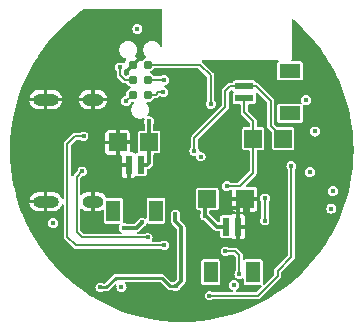
<source format=gbl>
G04 #@! TF.GenerationSoftware,KiCad,Pcbnew,8.0.6*
G04 #@! TF.CreationDate,2025-07-21T23:48:44+02:00*
G04 #@! TF.ProjectId,nRF5340,6e524635-3334-4302-9e6b-696361645f70,rev?*
G04 #@! TF.SameCoordinates,Original*
G04 #@! TF.FileFunction,Copper,L4,Bot*
G04 #@! TF.FilePolarity,Positive*
%FSLAX46Y46*%
G04 Gerber Fmt 4.6, Leading zero omitted, Abs format (unit mm)*
G04 Created by KiCad (PCBNEW 8.0.6) date 2025-07-21 23:48:44*
%MOMM*%
%LPD*%
G01*
G04 APERTURE LIST*
G04 #@! TA.AperFunction,ComponentPad*
%ADD10O,1.800000X1.000000*%
G04 #@! TD*
G04 #@! TA.AperFunction,ComponentPad*
%ADD11O,2.200000X1.000000*%
G04 #@! TD*
G04 #@! TA.AperFunction,SMDPad,CuDef*
%ADD12R,1.500000X1.500000*%
G04 #@! TD*
G04 #@! TA.AperFunction,SMDPad,CuDef*
%ADD13R,0.600000X1.550000*%
G04 #@! TD*
G04 #@! TA.AperFunction,SMDPad,CuDef*
%ADD14R,1.200000X1.800000*%
G04 #@! TD*
G04 #@! TA.AperFunction,ConnectorPad*
%ADD15C,0.787400*%
G04 #@! TD*
G04 #@! TA.AperFunction,SMDPad,CuDef*
%ADD16R,1.550000X0.600000*%
G04 #@! TD*
G04 #@! TA.AperFunction,SMDPad,CuDef*
%ADD17R,1.800000X1.200000*%
G04 #@! TD*
G04 #@! TA.AperFunction,ViaPad*
%ADD18C,0.450000*%
G04 #@! TD*
G04 #@! TA.AperFunction,ViaPad*
%ADD19C,0.400000*%
G04 #@! TD*
G04 #@! TA.AperFunction,Conductor*
%ADD20C,0.200000*%
G04 #@! TD*
G04 #@! TA.AperFunction,Conductor*
%ADD21C,0.300000*%
G04 #@! TD*
G04 #@! TA.AperFunction,Conductor*
%ADD22C,0.250000*%
G04 #@! TD*
G04 #@! TA.AperFunction,Conductor*
%ADD23C,0.160000*%
G04 #@! TD*
G04 APERTURE END LIST*
D10*
X142612499Y-119495748D03*
D11*
X138612498Y-119495747D03*
D10*
X142612499Y-128135750D03*
D11*
X138612498Y-128135753D03*
D12*
X156175000Y-122800000D03*
D13*
X154875001Y-130249999D03*
X153875000Y-130250000D03*
D14*
X156175000Y-134125000D03*
X152575000Y-134125000D03*
D12*
X158725000Y-122800000D03*
X152300000Y-127900000D03*
X144700003Y-123124999D03*
D13*
X146650001Y-125024998D03*
X145650001Y-125024998D03*
D14*
X147950000Y-128900000D03*
X144350000Y-128900000D03*
D15*
X145980004Y-119089996D03*
X147250001Y-119089998D03*
X145980002Y-117819998D03*
X147250002Y-117819998D03*
X145980003Y-116549998D03*
X147250000Y-116550000D03*
D16*
X155425000Y-118374999D03*
X155424999Y-119375001D03*
D17*
X159300000Y-117075000D03*
X159300000Y-120675000D03*
D12*
X147375000Y-123100000D03*
X155475000Y-127925000D03*
D18*
X144925000Y-116775000D03*
X149550000Y-126850000D03*
D19*
X144350000Y-136325000D03*
D18*
X144700000Y-121150000D03*
D19*
X141525000Y-116825000D03*
D18*
X151450000Y-133575000D03*
X161775000Y-125675000D03*
X138600000Y-126950000D03*
X160000000Y-122725000D03*
X160225000Y-114625000D03*
D19*
X136975000Y-126250000D03*
D18*
X149925000Y-127775000D03*
X159850000Y-133850000D03*
D19*
X140075000Y-122250000D03*
X152275000Y-137400000D03*
D18*
X161625000Y-131325000D03*
D19*
X163525000Y-120725000D03*
X138600000Y-123775000D03*
D18*
X150975000Y-136900000D03*
X146500000Y-116000000D03*
X156025000Y-130300000D03*
X151847477Y-123707646D03*
X145175000Y-133825000D03*
X151450000Y-134675000D03*
D19*
X144825000Y-112475000D03*
D18*
X140975000Y-114425000D03*
X162150000Y-119775000D03*
X146012500Y-123137500D03*
D19*
X148275000Y-120300000D03*
D18*
X153925000Y-136925000D03*
D19*
X146950000Y-112550000D03*
D18*
X148850000Y-133824302D03*
X160275000Y-115825000D03*
X155700000Y-129075000D03*
X150812150Y-132662150D03*
X148350000Y-132700000D03*
X147250000Y-126850000D03*
D19*
X136925000Y-122125000D03*
X139750000Y-126200000D03*
D18*
X158325000Y-126625000D03*
X148725000Y-126800000D03*
X151650000Y-130475000D03*
D19*
X163575000Y-126350000D03*
D18*
X153400000Y-122350000D03*
X148025000Y-113125000D03*
D19*
X163550000Y-123550000D03*
D18*
X138600000Y-120725000D03*
D19*
X161725000Y-130300000D03*
X158450000Y-132650000D03*
D18*
X138425000Y-117725000D03*
D19*
X142550000Y-112450000D03*
D18*
X153750000Y-128675000D03*
X145750000Y-126875000D03*
X154500000Y-122400000D03*
D19*
X151750000Y-124325000D03*
D18*
X160975000Y-125625000D03*
X145025000Y-135375000D03*
X139250000Y-129975000D03*
X145437500Y-119637500D03*
X147375000Y-121350000D03*
X160650000Y-119550000D03*
X154575000Y-135225000D03*
X162925000Y-127250000D03*
X161400000Y-122200000D03*
X146375000Y-113525000D03*
X162800000Y-128725000D03*
X152100000Y-129325000D03*
D19*
X149600000Y-129200000D03*
X143225000Y-135400000D03*
X149625000Y-135300000D03*
X145200000Y-130350000D03*
X146750000Y-129900000D03*
X157150000Y-129750000D03*
X157175000Y-127850000D03*
X153824301Y-132324301D03*
X155000000Y-134275000D03*
X141825000Y-122600000D03*
X148650000Y-131825000D03*
X147250000Y-131175000D03*
X141700000Y-125575000D03*
X152475000Y-136100000D03*
X159400000Y-125125000D03*
D18*
X148625000Y-117850000D03*
X152600000Y-119850000D03*
X148575000Y-118875000D03*
X153950000Y-126825000D03*
X151200000Y-123850002D03*
D20*
X144925000Y-116775000D02*
X144925000Y-117450000D01*
X145294998Y-117819998D02*
X145980002Y-117819998D01*
X144925000Y-117450000D02*
X145294998Y-117819998D01*
D21*
X155700000Y-129075000D02*
X155700000Y-128150000D01*
X144975002Y-125024998D02*
X145650001Y-125024998D01*
D20*
X145980003Y-116549998D02*
X145980003Y-116519997D01*
D21*
X144700003Y-123124999D02*
X145999999Y-123124999D01*
X144700003Y-123124999D02*
X144700003Y-121150003D01*
X154875000Y-128525000D02*
X154875000Y-130249998D01*
X144700003Y-121150003D02*
X144700000Y-121150000D01*
X155475000Y-127925000D02*
X154875000Y-128525000D01*
X144700003Y-124750003D02*
X144975000Y-125025000D01*
X154875001Y-130249999D02*
X155974999Y-130249999D01*
D20*
X145980003Y-116519997D02*
X146500000Y-116000000D01*
D21*
X153750000Y-128675000D02*
X154725000Y-128675000D01*
X145999999Y-123124999D02*
X146012500Y-123137500D01*
X144700003Y-123124999D02*
X144700003Y-124750003D01*
X155974999Y-130249999D02*
X156025000Y-130300000D01*
X155700000Y-128150000D02*
X155475000Y-127925000D01*
X154875000Y-130249998D02*
X154875001Y-130249999D01*
X144975000Y-125025000D02*
X144975002Y-125024998D01*
X147375000Y-124850000D02*
X147375000Y-123150000D01*
D20*
X145437500Y-119637500D02*
X145980004Y-119094996D01*
D21*
X146650001Y-125024998D02*
X147200002Y-125024998D01*
X147200002Y-125024998D02*
X147375000Y-124850000D01*
X147375000Y-123150000D02*
X147375000Y-121350000D01*
D20*
X145980004Y-119094996D02*
X145980004Y-119089996D01*
D21*
X153100000Y-130250000D02*
X153875000Y-130250000D01*
X152100000Y-128100000D02*
X152300000Y-127900000D01*
X152100000Y-129325000D02*
X152175000Y-129325000D01*
X152175000Y-129325000D02*
X153100000Y-130250000D01*
X152100000Y-129325000D02*
X152100000Y-128100000D01*
D22*
X143225000Y-135400000D02*
X143750000Y-135400000D01*
D21*
X149600000Y-129800000D02*
X150100000Y-130300000D01*
D22*
X144550000Y-134600000D02*
X148450000Y-134600000D01*
X148450000Y-134600000D02*
X149150000Y-135300000D01*
X143750000Y-135400000D02*
X144550000Y-134600000D01*
D21*
X150100000Y-130300000D02*
X150100000Y-134825000D01*
X150100000Y-134825000D02*
X149625000Y-135300000D01*
D22*
X149150000Y-135300000D02*
X149625000Y-135300000D01*
D21*
X149600000Y-129200000D02*
X149600000Y-129800000D01*
X146300000Y-130350000D02*
X146750000Y-129900000D01*
X145200000Y-130350000D02*
X146300000Y-130350000D01*
D20*
X157175000Y-129725000D02*
X157150000Y-129750000D01*
X157175000Y-127850000D02*
X157175000Y-129725000D01*
X153824301Y-132324301D02*
X154649301Y-132324301D01*
X155000000Y-132675000D02*
X155000000Y-134275000D01*
X154649301Y-132324301D02*
X155000000Y-132675000D01*
X141075000Y-122600000D02*
X141825000Y-122600000D01*
X148650000Y-131825000D02*
X141150000Y-131825000D01*
X141150000Y-131825000D02*
X140450000Y-131125000D01*
X140450000Y-123225000D02*
X141075000Y-122600000D01*
X140450000Y-131125000D02*
X140450000Y-123225000D01*
X141225000Y-130675000D02*
X141225000Y-126050000D01*
X147250000Y-131175000D02*
X141725000Y-131175000D01*
X141225000Y-126050000D02*
X141700000Y-125575000D01*
X141725000Y-131175000D02*
X141225000Y-130675000D01*
X156600000Y-136100000D02*
X152475000Y-136100000D01*
X159400000Y-125125000D02*
X159400000Y-132842893D01*
X158250000Y-133992893D02*
X158250000Y-134450000D01*
X158250000Y-134450000D02*
X156600000Y-136100000D01*
X159400000Y-132842893D02*
X158250000Y-133992893D01*
X148625000Y-117850000D02*
X148600000Y-117825000D01*
X148600000Y-117825000D02*
X147255004Y-117825000D01*
X147255004Y-117825000D02*
X147250002Y-117819998D01*
X152600000Y-119850000D02*
X152600000Y-117450000D01*
X152600000Y-117450000D02*
X151700000Y-116550000D01*
X151700000Y-116550000D02*
X147250000Y-116550000D01*
X148125000Y-118875000D02*
X147910002Y-119089998D01*
X147910002Y-119089998D02*
X147250001Y-119089998D01*
X148575000Y-118875000D02*
X148125000Y-118875000D01*
X155424999Y-120549999D02*
X156175000Y-121300000D01*
X155025000Y-126825000D02*
X156175000Y-125675000D01*
X155424999Y-119375001D02*
X155424999Y-120549999D01*
X156175000Y-125675000D02*
X156175000Y-122800000D01*
X156175000Y-121300000D02*
X156175000Y-122800000D01*
X153950000Y-126825000D02*
X155025000Y-126825000D01*
X156424999Y-118374999D02*
X157650000Y-119600000D01*
X151200000Y-122750000D02*
X153825000Y-120125000D01*
X153825000Y-120125000D02*
X153825000Y-118750000D01*
X157650000Y-121725000D02*
X158725000Y-122800000D01*
X154200001Y-118374999D02*
X155425000Y-118374999D01*
X157650000Y-119600000D02*
X157650000Y-121725000D01*
X153825000Y-118750000D02*
X154200001Y-118374999D01*
D23*
X155425000Y-118374999D02*
X155900000Y-118374999D01*
D20*
X155425000Y-118374999D02*
X156424999Y-118374999D01*
X151200000Y-123850002D02*
X151200000Y-122750000D01*
G04 #@! TA.AperFunction,Conductor*
G36*
X142762499Y-128935749D02*
G01*
X142762500Y-128935750D01*
X143091291Y-128935750D01*
X143091294Y-128935749D01*
X143245848Y-128905007D01*
X143391439Y-128844701D01*
X143391448Y-128844697D01*
X143395498Y-128841991D01*
X143454386Y-128825382D01*
X143511790Y-128846559D01*
X143545783Y-128897433D01*
X143549500Y-128924306D01*
X143549500Y-129819746D01*
X143549501Y-129819758D01*
X143561132Y-129878227D01*
X143561134Y-129878233D01*
X143605445Y-129944548D01*
X143605448Y-129944552D01*
X143671769Y-129988867D01*
X143716231Y-129997711D01*
X143730241Y-130000498D01*
X143730246Y-130000498D01*
X143730252Y-130000500D01*
X143730253Y-130000500D01*
X144767035Y-130000500D01*
X144825226Y-130019407D01*
X144861190Y-130068907D01*
X144861190Y-130130093D01*
X144855245Y-130144441D01*
X144844919Y-130164709D01*
X144814355Y-130224692D01*
X144814354Y-130224696D01*
X144794508Y-130349999D01*
X144794508Y-130350000D01*
X144814354Y-130475303D01*
X144814355Y-130475307D01*
X144852683Y-130550529D01*
X144871950Y-130588342D01*
X144961658Y-130678050D01*
X144961660Y-130678051D01*
X144979794Y-130687291D01*
X145023059Y-130730555D01*
X145032630Y-130790987D01*
X145004852Y-130845504D01*
X144950336Y-130873281D01*
X144934849Y-130874500D01*
X141890479Y-130874500D01*
X141832288Y-130855593D01*
X141820475Y-130845504D01*
X141554496Y-130579525D01*
X141526719Y-130525008D01*
X141525500Y-130509521D01*
X141525500Y-128819129D01*
X141544407Y-128760938D01*
X141593907Y-128724974D01*
X141655093Y-128724974D01*
X141694507Y-128749128D01*
X141702529Y-128757150D01*
X141833549Y-128844697D01*
X141833558Y-128844701D01*
X141979149Y-128905007D01*
X142133703Y-128935749D01*
X142133707Y-128935750D01*
X142462498Y-128935750D01*
X142462499Y-128935749D01*
X142462499Y-128435750D01*
X142762499Y-128435750D01*
X142762499Y-128935749D01*
G37*
G04 #@! TD.AperFunction*
G04 #@! TA.AperFunction,Conductor*
G36*
X148434643Y-111843970D02*
G01*
X148470684Y-111893414D01*
X148475576Y-111923575D01*
X148493064Y-114914042D01*
X148474498Y-114972342D01*
X148425209Y-115008595D01*
X148364024Y-115008953D01*
X148314315Y-114973279D01*
X148302602Y-114952506D01*
X148291925Y-114926730D01*
X148291925Y-114926729D01*
X148271589Y-114896295D01*
X148210305Y-114804577D01*
X148106424Y-114700696D01*
X147984273Y-114619077D01*
X147984272Y-114619076D01*
X147984270Y-114619075D01*
X147848546Y-114562857D01*
X147704461Y-114534197D01*
X147704459Y-114534197D01*
X147557549Y-114534197D01*
X147557546Y-114534197D01*
X147413462Y-114562857D01*
X147413460Y-114562857D01*
X147277737Y-114619075D01*
X147277736Y-114619075D01*
X147155584Y-114700696D01*
X147155580Y-114700699D01*
X147051706Y-114804573D01*
X147051703Y-114804577D01*
X146970082Y-114926729D01*
X146970082Y-114926730D01*
X146913864Y-115062453D01*
X146913864Y-115062455D01*
X146885204Y-115206539D01*
X146885204Y-115353454D01*
X146913864Y-115497538D01*
X146913864Y-115497540D01*
X146970082Y-115633263D01*
X146970082Y-115633264D01*
X147010753Y-115694131D01*
X147051703Y-115755417D01*
X147051705Y-115755419D01*
X147051706Y-115755420D01*
X147112089Y-115815803D01*
X147139866Y-115870320D01*
X147130295Y-115930752D01*
X147087030Y-115974017D01*
X147079971Y-115977271D01*
X146950338Y-116030967D01*
X146826217Y-116126207D01*
X146826210Y-116126214D01*
X146753256Y-116221290D01*
X146702831Y-116255945D01*
X146641667Y-116254343D01*
X146593238Y-116217259D01*
X146565320Y-116176812D01*
X146565319Y-116176812D01*
X146221129Y-116521002D01*
X146166613Y-116548779D01*
X146151126Y-116549998D01*
X146006879Y-116549998D01*
X145970731Y-116538253D01*
X145980003Y-116576873D01*
X145980003Y-116721122D01*
X145961096Y-116779313D01*
X145951007Y-116791126D01*
X145605336Y-117136796D01*
X145639834Y-117154902D01*
X145682573Y-117198685D01*
X145691414Y-117259229D01*
X145662980Y-117313406D01*
X145654094Y-117321104D01*
X145556219Y-117396205D01*
X145556208Y-117396216D01*
X145512035Y-117453783D01*
X145461610Y-117488439D01*
X145400446Y-117486836D01*
X145363490Y-117463519D01*
X145254496Y-117354525D01*
X145226719Y-117300008D01*
X145225500Y-117284521D01*
X145225500Y-117117255D01*
X145244407Y-117059064D01*
X145254490Y-117047257D01*
X145273528Y-117028220D01*
X145299615Y-116977020D01*
X145342879Y-116933757D01*
X145393948Y-116923919D01*
X145811000Y-116506869D01*
X145865516Y-116479092D01*
X145916810Y-116487215D01*
X145912724Y-116481591D01*
X145912724Y-116420405D01*
X145936875Y-116380994D01*
X145980003Y-116337866D01*
X146354668Y-115963199D01*
X146354668Y-115963198D01*
X146222497Y-115893830D01*
X146223286Y-115892326D01*
X146181658Y-115858882D01*
X146165593Y-115799843D01*
X146182162Y-115749640D01*
X146259017Y-115634620D01*
X146259922Y-115633265D01*
X146316142Y-115497538D01*
X146344802Y-115353451D01*
X146344802Y-115206541D01*
X146316142Y-115062454D01*
X146288032Y-114994590D01*
X146259923Y-114926729D01*
X146259923Y-114926728D01*
X146239587Y-114896294D01*
X146178303Y-114804576D01*
X146074422Y-114700695D01*
X145952271Y-114619076D01*
X145952270Y-114619075D01*
X145952268Y-114619074D01*
X145816544Y-114562856D01*
X145672459Y-114534196D01*
X145672457Y-114534196D01*
X145525547Y-114534196D01*
X145525544Y-114534196D01*
X145381460Y-114562856D01*
X145381458Y-114562856D01*
X145245735Y-114619074D01*
X145245734Y-114619074D01*
X145123582Y-114700695D01*
X145123578Y-114700698D01*
X145019704Y-114804572D01*
X145019701Y-114804576D01*
X144938080Y-114926728D01*
X144938080Y-114926729D01*
X144881862Y-115062452D01*
X144881862Y-115062454D01*
X144853202Y-115206538D01*
X144853202Y-115353453D01*
X144881862Y-115497537D01*
X144881862Y-115497539D01*
X144938080Y-115633262D01*
X144938080Y-115633263D01*
X144938987Y-115634620D01*
X145019701Y-115755416D01*
X145123582Y-115859297D01*
X145245733Y-115940916D01*
X145245734Y-115940916D01*
X145245735Y-115940917D01*
X145375009Y-115994464D01*
X145421535Y-116034200D01*
X145435819Y-116093695D01*
X145418600Y-116142165D01*
X145361252Y-116225249D01*
X145361248Y-116225256D01*
X145306802Y-116368819D01*
X145268489Y-116416524D01*
X145209453Y-116432597D01*
X145169293Y-116421923D01*
X145058126Y-116365281D01*
X144925000Y-116344196D01*
X144791872Y-116365281D01*
X144791870Y-116365282D01*
X144671782Y-116426470D01*
X144576470Y-116521782D01*
X144515282Y-116641870D01*
X144515281Y-116641872D01*
X144494196Y-116774999D01*
X144494196Y-116775000D01*
X144515281Y-116908127D01*
X144515282Y-116908129D01*
X144548736Y-116973786D01*
X144576472Y-117028220D01*
X144595505Y-117047253D01*
X144623281Y-117101768D01*
X144624500Y-117117255D01*
X144624500Y-117489564D01*
X144644977Y-117565985D01*
X144644981Y-117565993D01*
X144662754Y-117596779D01*
X144662755Y-117596779D01*
X144684540Y-117634511D01*
X145054537Y-118004509D01*
X145110487Y-118060458D01*
X145179005Y-118100017D01*
X145179009Y-118100019D01*
X145255433Y-118120497D01*
X145255435Y-118120498D01*
X145255436Y-118120498D01*
X145334560Y-118120498D01*
X145412790Y-118120498D01*
X145470981Y-118139405D01*
X145491329Y-118159227D01*
X145556214Y-118243786D01*
X145680338Y-118339030D01*
X145690046Y-118343051D01*
X145739494Y-118363533D01*
X145786020Y-118403269D01*
X145800304Y-118462764D01*
X145776890Y-118519292D01*
X145739495Y-118546461D01*
X145680342Y-118570963D01*
X145556221Y-118666203D01*
X145556211Y-118666213D01*
X145460970Y-118790334D01*
X145460970Y-118790335D01*
X145401099Y-118934878D01*
X145401098Y-118934879D01*
X145394398Y-118985774D01*
X145380677Y-119089996D01*
X145384206Y-119116798D01*
X145384300Y-119117514D01*
X145373148Y-119177674D01*
X145328765Y-119219790D01*
X145311690Y-119225093D01*
X145311782Y-119225374D01*
X145304370Y-119227782D01*
X145184282Y-119288970D01*
X145088970Y-119384282D01*
X145027782Y-119504370D01*
X145027781Y-119504372D01*
X145006696Y-119637499D01*
X145006696Y-119637500D01*
X145027781Y-119770627D01*
X145027782Y-119770629D01*
X145086635Y-119886134D01*
X145088972Y-119890720D01*
X145184280Y-119986028D01*
X145304374Y-120047219D01*
X145437500Y-120068304D01*
X145570626Y-120047219D01*
X145690720Y-119986028D01*
X145786028Y-119890720D01*
X145847219Y-119770626D01*
X145847458Y-119769114D01*
X145848152Y-119767752D01*
X145849625Y-119763219D01*
X145850342Y-119763452D01*
X145875232Y-119714599D01*
X145929748Y-119686820D01*
X145958160Y-119686447D01*
X145980004Y-119689323D01*
X145980004Y-119689322D01*
X145980005Y-119689323D01*
X145986493Y-119689323D01*
X145986493Y-119690574D01*
X146040009Y-119700488D01*
X146082130Y-119744867D01*
X146090122Y-119805528D01*
X146062783Y-119857497D01*
X146035708Y-119884572D01*
X146035700Y-119884582D01*
X145954079Y-120006734D01*
X145954079Y-120006735D01*
X145897861Y-120142458D01*
X145897861Y-120142460D01*
X145869201Y-120286544D01*
X145869201Y-120433459D01*
X145897861Y-120577543D01*
X145897861Y-120577545D01*
X145954079Y-120713268D01*
X145954080Y-120713270D01*
X145954081Y-120713271D01*
X146035700Y-120835422D01*
X146139581Y-120939303D01*
X146261732Y-121020922D01*
X146397459Y-121077142D01*
X146541546Y-121105802D01*
X146541548Y-121105802D01*
X146688454Y-121105802D01*
X146688456Y-121105802D01*
X146832543Y-121077142D01*
X146843107Y-121072765D01*
X146904103Y-121067964D01*
X146956273Y-121099932D01*
X146979689Y-121156460D01*
X146969205Y-121209172D01*
X146965281Y-121216873D01*
X146944196Y-121349999D01*
X146944196Y-121350000D01*
X146965281Y-121483127D01*
X146965282Y-121483129D01*
X147013709Y-121578172D01*
X147024500Y-121623117D01*
X147024500Y-122050500D01*
X147005593Y-122108691D01*
X146956093Y-122144655D01*
X146925500Y-122149500D01*
X146605252Y-122149500D01*
X146605251Y-122149500D01*
X146605241Y-122149501D01*
X146546772Y-122161132D01*
X146546766Y-122161134D01*
X146480451Y-122205445D01*
X146480445Y-122205451D01*
X146436134Y-122271766D01*
X146436132Y-122271772D01*
X146424501Y-122330241D01*
X146424500Y-122330250D01*
X146424500Y-122330252D01*
X146424500Y-123869748D01*
X146436133Y-123928231D01*
X146436134Y-123928232D01*
X146436721Y-123931183D01*
X146429530Y-123991944D01*
X146387998Y-124036875D01*
X146339623Y-124049498D01*
X146330250Y-124049498D01*
X146262207Y-124063033D01*
X146261979Y-124061888D01*
X146210803Y-124065911D01*
X146163920Y-124039653D01*
X146122478Y-123998211D01*
X146019873Y-123952907D01*
X145994798Y-123949998D01*
X145849003Y-123949998D01*
X145790812Y-123931091D01*
X145754848Y-123881591D01*
X145750003Y-123850998D01*
X145750003Y-123275000D01*
X145750002Y-123274999D01*
X144850004Y-123274999D01*
X144850003Y-123275000D01*
X144850003Y-124174997D01*
X144850004Y-124174998D01*
X144951001Y-124174998D01*
X145009192Y-124193905D01*
X145045156Y-124243405D01*
X145050001Y-124273998D01*
X145050001Y-124874997D01*
X145050002Y-124874998D01*
X145701001Y-124874998D01*
X145759192Y-124893905D01*
X145795156Y-124943405D01*
X145800001Y-124973998D01*
X145800001Y-126099996D01*
X145800002Y-126099997D01*
X145994791Y-126099997D01*
X145994792Y-126099996D01*
X146019875Y-126097088D01*
X146122479Y-126051784D01*
X146163921Y-126010342D01*
X146218437Y-125982564D01*
X146262056Y-125987726D01*
X146262208Y-125986963D01*
X146330242Y-126000496D01*
X146330247Y-126000496D01*
X146330253Y-126000498D01*
X146330254Y-126000498D01*
X146969748Y-126000498D01*
X146969749Y-126000498D01*
X147028232Y-125988865D01*
X147094553Y-125944550D01*
X147138868Y-125878229D01*
X147150501Y-125819746D01*
X147150501Y-125474498D01*
X147169408Y-125416307D01*
X147218908Y-125380343D01*
X147239802Y-125377033D01*
X147239712Y-125376345D01*
X147246143Y-125375498D01*
X147246146Y-125375498D01*
X147335290Y-125351612D01*
X147361191Y-125336658D01*
X147415214Y-125305468D01*
X147655470Y-125065212D01*
X147701614Y-124985288D01*
X147725500Y-124896143D01*
X147725500Y-124803856D01*
X147725500Y-124149500D01*
X147744407Y-124091309D01*
X147793907Y-124055345D01*
X147824500Y-124050500D01*
X148144747Y-124050500D01*
X148144748Y-124050500D01*
X148203231Y-124038867D01*
X148269552Y-123994552D01*
X148313867Y-123928231D01*
X148325500Y-123869748D01*
X148325500Y-123850001D01*
X150769196Y-123850001D01*
X150769196Y-123850002D01*
X150790281Y-123983129D01*
X150790282Y-123983131D01*
X150845402Y-124091309D01*
X150851472Y-124103222D01*
X150946780Y-124198530D01*
X151066874Y-124259721D01*
X151200000Y-124280806D01*
X151236363Y-124275046D01*
X151296792Y-124284616D01*
X151340058Y-124327880D01*
X151349630Y-124357340D01*
X151364354Y-124450303D01*
X151364355Y-124450307D01*
X151406931Y-124533866D01*
X151421950Y-124563342D01*
X151511658Y-124653050D01*
X151624696Y-124710646D01*
X151750000Y-124730492D01*
X151875304Y-124710646D01*
X151988342Y-124653050D01*
X152078050Y-124563342D01*
X152135646Y-124450304D01*
X152155492Y-124325000D01*
X152135646Y-124199696D01*
X152078050Y-124086658D01*
X151988342Y-123996950D01*
X151961215Y-123983128D01*
X151875307Y-123939355D01*
X151875304Y-123939354D01*
X151750000Y-123919508D01*
X151749998Y-123919508D01*
X151742236Y-123920737D01*
X151681804Y-123911162D01*
X151638542Y-123867895D01*
X151628973Y-123838442D01*
X151618039Y-123769407D01*
X151609719Y-123716876D01*
X151548528Y-123596782D01*
X151548525Y-123596779D01*
X151529495Y-123577748D01*
X151501719Y-123523231D01*
X151500500Y-123507746D01*
X151500500Y-122915478D01*
X151519407Y-122857287D01*
X151529490Y-122845480D01*
X154065460Y-120309511D01*
X154078717Y-120286549D01*
X154105020Y-120240992D01*
X154105020Y-120240990D01*
X154105022Y-120240988D01*
X154125500Y-120164562D01*
X154125500Y-120085438D01*
X154125500Y-118915479D01*
X154144407Y-118857288D01*
X154154496Y-118845476D01*
X154294595Y-118705376D01*
X154349112Y-118677598D01*
X154409544Y-118687169D01*
X154452808Y-118730434D01*
X154458558Y-118747013D01*
X154461134Y-118753232D01*
X154505746Y-118819997D01*
X154522355Y-118878885D01*
X154505746Y-118930001D01*
X154461133Y-118996767D01*
X154461131Y-118996773D01*
X154449500Y-119055242D01*
X154449499Y-119055254D01*
X154449499Y-119694747D01*
X154449500Y-119694759D01*
X154461131Y-119753228D01*
X154461133Y-119753234D01*
X154505444Y-119819549D01*
X154505447Y-119819553D01*
X154571768Y-119863868D01*
X154616230Y-119872712D01*
X154630240Y-119875499D01*
X154630245Y-119875499D01*
X154630251Y-119875501D01*
X155025499Y-119875501D01*
X155083690Y-119894408D01*
X155119654Y-119943908D01*
X155124499Y-119974501D01*
X155124499Y-120589563D01*
X155144977Y-120665987D01*
X155144978Y-120665988D01*
X155172276Y-120713269D01*
X155172277Y-120713273D01*
X155172278Y-120713273D01*
X155184536Y-120734506D01*
X155184537Y-120734507D01*
X155184539Y-120734510D01*
X155845505Y-121395476D01*
X155873281Y-121449991D01*
X155874500Y-121465478D01*
X155874500Y-121750500D01*
X155855593Y-121808691D01*
X155806093Y-121844655D01*
X155775500Y-121849500D01*
X155405252Y-121849500D01*
X155405251Y-121849500D01*
X155405241Y-121849501D01*
X155346772Y-121861132D01*
X155346766Y-121861134D01*
X155280451Y-121905445D01*
X155280445Y-121905451D01*
X155236134Y-121971766D01*
X155236132Y-121971772D01*
X155224501Y-122030241D01*
X155224500Y-122030253D01*
X155224500Y-123569746D01*
X155224501Y-123569758D01*
X155236132Y-123628227D01*
X155236133Y-123628231D01*
X155280448Y-123694552D01*
X155346769Y-123738867D01*
X155391231Y-123747711D01*
X155405241Y-123750498D01*
X155405246Y-123750498D01*
X155405252Y-123750500D01*
X155775500Y-123750500D01*
X155833691Y-123769407D01*
X155869655Y-123818907D01*
X155874500Y-123849500D01*
X155874500Y-125509521D01*
X155855593Y-125567712D01*
X155845504Y-125579525D01*
X154929525Y-126495504D01*
X154875008Y-126523281D01*
X154859521Y-126524500D01*
X154292255Y-126524500D01*
X154234064Y-126505593D01*
X154222257Y-126495509D01*
X154203220Y-126476472D01*
X154203217Y-126476470D01*
X154083129Y-126415282D01*
X154083127Y-126415281D01*
X153950000Y-126394196D01*
X153816872Y-126415281D01*
X153816870Y-126415282D01*
X153696782Y-126476470D01*
X153601470Y-126571782D01*
X153540282Y-126691870D01*
X153540281Y-126691872D01*
X153519196Y-126824999D01*
X153519196Y-126825000D01*
X153540281Y-126958127D01*
X153540282Y-126958129D01*
X153601470Y-127078217D01*
X153601472Y-127078220D01*
X153696780Y-127173528D01*
X153816874Y-127234719D01*
X153950000Y-127255804D01*
X154083126Y-127234719D01*
X154203220Y-127173528D01*
X154222253Y-127154494D01*
X154276768Y-127126719D01*
X154292255Y-127125500D01*
X154326000Y-127125500D01*
X154384191Y-127144407D01*
X154420155Y-127193907D01*
X154425000Y-127224500D01*
X154425000Y-127774999D01*
X154425001Y-127775000D01*
X156524998Y-127775000D01*
X156524999Y-127774999D01*
X156524999Y-127130210D01*
X156524998Y-127130208D01*
X156522090Y-127105125D01*
X156476786Y-127002522D01*
X156397477Y-126923213D01*
X156294872Y-126877909D01*
X156269797Y-126875000D01*
X155638978Y-126875000D01*
X155580787Y-126856093D01*
X155544823Y-126806593D01*
X155544823Y-126745407D01*
X155568972Y-126705998D01*
X156415460Y-125859511D01*
X156438413Y-125819756D01*
X156455020Y-125790992D01*
X156455020Y-125790990D01*
X156455022Y-125790988D01*
X156475500Y-125714562D01*
X156475500Y-125635438D01*
X156475500Y-123849500D01*
X156494407Y-123791309D01*
X156543907Y-123755345D01*
X156574500Y-123750500D01*
X156944747Y-123750500D01*
X156944748Y-123750500D01*
X157003231Y-123738867D01*
X157069552Y-123694552D01*
X157113867Y-123628231D01*
X157125500Y-123569748D01*
X157125500Y-122030252D01*
X157113867Y-121971769D01*
X157069552Y-121905448D01*
X157069548Y-121905445D01*
X157003233Y-121861134D01*
X157003231Y-121861133D01*
X157003228Y-121861132D01*
X157003227Y-121861132D01*
X156944758Y-121849501D01*
X156944748Y-121849500D01*
X156944747Y-121849500D01*
X156574500Y-121849500D01*
X156516309Y-121830593D01*
X156480345Y-121781093D01*
X156475500Y-121750500D01*
X156475500Y-121260439D01*
X156475500Y-121260438D01*
X156463827Y-121216874D01*
X156463827Y-121216873D01*
X156463827Y-121216872D01*
X156459424Y-121200443D01*
X156455022Y-121184012D01*
X156415460Y-121115489D01*
X155754495Y-120454524D01*
X155726718Y-120400007D01*
X155725499Y-120384520D01*
X155725499Y-119974501D01*
X155744406Y-119916310D01*
X155793906Y-119880346D01*
X155824499Y-119875501D01*
X156219746Y-119875501D01*
X156219747Y-119875501D01*
X156278230Y-119863868D01*
X156344551Y-119819553D01*
X156388866Y-119753232D01*
X156400499Y-119694749D01*
X156400499Y-119055253D01*
X156400498Y-119055251D01*
X156400498Y-119055245D01*
X156394698Y-119026090D01*
X156401888Y-118965329D01*
X156443419Y-118920398D01*
X156503429Y-118908460D01*
X156558994Y-118934074D01*
X156561799Y-118936770D01*
X157320504Y-119695475D01*
X157348281Y-119749992D01*
X157349500Y-119765479D01*
X157349500Y-121764564D01*
X157369977Y-121840985D01*
X157369979Y-121840990D01*
X157407189Y-121905440D01*
X157409538Y-121909508D01*
X157409540Y-121909511D01*
X157745505Y-122245476D01*
X157773281Y-122299991D01*
X157774500Y-122315478D01*
X157774500Y-123569746D01*
X157774501Y-123569758D01*
X157786132Y-123628227D01*
X157786133Y-123628231D01*
X157830448Y-123694552D01*
X157896769Y-123738867D01*
X157941231Y-123747711D01*
X157955241Y-123750498D01*
X157955246Y-123750498D01*
X157955252Y-123750500D01*
X157955253Y-123750500D01*
X159494747Y-123750500D01*
X159494748Y-123750500D01*
X159553231Y-123738867D01*
X159619552Y-123694552D01*
X159663867Y-123628231D01*
X159675500Y-123569748D01*
X159675500Y-122199999D01*
X160969196Y-122199999D01*
X160969196Y-122200000D01*
X160990281Y-122333127D01*
X160990282Y-122333129D01*
X161004819Y-122361659D01*
X161051472Y-122453220D01*
X161146780Y-122548528D01*
X161266874Y-122609719D01*
X161400000Y-122630804D01*
X161533126Y-122609719D01*
X161653220Y-122548528D01*
X161748528Y-122453220D01*
X161809719Y-122333126D01*
X161830804Y-122200000D01*
X161809719Y-122066874D01*
X161748528Y-121946780D01*
X161653220Y-121851472D01*
X161653217Y-121851470D01*
X161533129Y-121790282D01*
X161533127Y-121790281D01*
X161400000Y-121769196D01*
X161266872Y-121790281D01*
X161266870Y-121790282D01*
X161146782Y-121851470D01*
X161051470Y-121946782D01*
X160990282Y-122066870D01*
X160990281Y-122066872D01*
X160969196Y-122199999D01*
X159675500Y-122199999D01*
X159675500Y-122030252D01*
X159663867Y-121971769D01*
X159619552Y-121905448D01*
X159619548Y-121905445D01*
X159553233Y-121861134D01*
X159553231Y-121861133D01*
X159553228Y-121861132D01*
X159553227Y-121861132D01*
X159494758Y-121849501D01*
X159494748Y-121849500D01*
X159494747Y-121849500D01*
X158240479Y-121849500D01*
X158182288Y-121830593D01*
X158170475Y-121820504D01*
X157979496Y-121629525D01*
X157951719Y-121575008D01*
X157950500Y-121559521D01*
X157950500Y-120055253D01*
X158199500Y-120055253D01*
X158199500Y-121294746D01*
X158199501Y-121294758D01*
X158210490Y-121349999D01*
X158211133Y-121353231D01*
X158255448Y-121419552D01*
X158321769Y-121463867D01*
X158366231Y-121472711D01*
X158380241Y-121475498D01*
X158380246Y-121475498D01*
X158380252Y-121475500D01*
X158380253Y-121475500D01*
X160219747Y-121475500D01*
X160219748Y-121475500D01*
X160278231Y-121463867D01*
X160344552Y-121419552D01*
X160388867Y-121353231D01*
X160400500Y-121294748D01*
X160400500Y-120057201D01*
X160419407Y-119999010D01*
X160468907Y-119963046D01*
X160514987Y-119959420D01*
X160516873Y-119959718D01*
X160516874Y-119959719D01*
X160650000Y-119980804D01*
X160783126Y-119959719D01*
X160903220Y-119898528D01*
X160998528Y-119803220D01*
X161059719Y-119683126D01*
X161080804Y-119550000D01*
X161059719Y-119416874D01*
X160998528Y-119296780D01*
X160903220Y-119201472D01*
X160903217Y-119201470D01*
X160783129Y-119140282D01*
X160783127Y-119140281D01*
X160650000Y-119119196D01*
X160516872Y-119140281D01*
X160516870Y-119140282D01*
X160396782Y-119201470D01*
X160301470Y-119296782D01*
X160240282Y-119416870D01*
X160240281Y-119416872D01*
X160219196Y-119549999D01*
X160219196Y-119550000D01*
X160240281Y-119683127D01*
X160244076Y-119690574D01*
X160263703Y-119729095D01*
X160264447Y-119730554D01*
X160274019Y-119790986D01*
X160246242Y-119845503D01*
X160191726Y-119873281D01*
X160176238Y-119874500D01*
X158380252Y-119874500D01*
X158380251Y-119874500D01*
X158380241Y-119874501D01*
X158321772Y-119886132D01*
X158321766Y-119886134D01*
X158255451Y-119930445D01*
X158255445Y-119930451D01*
X158211134Y-119996766D01*
X158211132Y-119996772D01*
X158199501Y-120055241D01*
X158199500Y-120055253D01*
X157950500Y-120055253D01*
X157950500Y-119560437D01*
X157950499Y-119560435D01*
X157930021Y-119484011D01*
X157930019Y-119484007D01*
X157890460Y-119415489D01*
X157834511Y-119359539D01*
X157834511Y-119359540D01*
X156609510Y-118134539D01*
X156609507Y-118134537D01*
X156540991Y-118094979D01*
X156540987Y-118094977D01*
X156460400Y-118073383D01*
X156409086Y-118040059D01*
X156392941Y-118005632D01*
X156392597Y-118005775D01*
X156389479Y-117998249D01*
X156388927Y-117997070D01*
X156388867Y-117996768D01*
X156344552Y-117930447D01*
X156344548Y-117930444D01*
X156278233Y-117886133D01*
X156278231Y-117886132D01*
X156278228Y-117886131D01*
X156278227Y-117886131D01*
X156219758Y-117874500D01*
X156219748Y-117874499D01*
X154630252Y-117874499D01*
X154630251Y-117874499D01*
X154630241Y-117874500D01*
X154571772Y-117886131D01*
X154571766Y-117886133D01*
X154505451Y-117930444D01*
X154505445Y-117930450D01*
X154461134Y-117996765D01*
X154457403Y-118005775D01*
X154455763Y-118005095D01*
X154431629Y-118048194D01*
X154376065Y-118073812D01*
X154364425Y-118074499D01*
X154239563Y-118074499D01*
X154160439Y-118074499D01*
X154113662Y-118087032D01*
X154084008Y-118094978D01*
X154015494Y-118134535D01*
X154015489Y-118134539D01*
X153584539Y-118565489D01*
X153544980Y-118634007D01*
X153544978Y-118634011D01*
X153524500Y-118710435D01*
X153524500Y-119959521D01*
X153505593Y-120017712D01*
X153495504Y-120029525D01*
X151015489Y-122509540D01*
X151015488Y-122509539D01*
X150959539Y-122565489D01*
X150919980Y-122634007D01*
X150919978Y-122634011D01*
X150899500Y-122710435D01*
X150899500Y-123507746D01*
X150880593Y-123565937D01*
X150870505Y-123577748D01*
X150851474Y-123596779D01*
X150851470Y-123596784D01*
X150790282Y-123716872D01*
X150790281Y-123716874D01*
X150769196Y-123850001D01*
X148325500Y-123850001D01*
X148325500Y-122330252D01*
X148325491Y-122330209D01*
X148320502Y-122305124D01*
X148313867Y-122271769D01*
X148269552Y-122205448D01*
X148261399Y-122200000D01*
X148203233Y-122161134D01*
X148203231Y-122161133D01*
X148203228Y-122161132D01*
X148203227Y-122161132D01*
X148144758Y-122149501D01*
X148144748Y-122149500D01*
X148144747Y-122149500D01*
X147824500Y-122149500D01*
X147766309Y-122130593D01*
X147730345Y-122081093D01*
X147725500Y-122050500D01*
X147725500Y-121623117D01*
X147736291Y-121578172D01*
X147765268Y-121521300D01*
X147784719Y-121483126D01*
X147805804Y-121350000D01*
X147784719Y-121216874D01*
X147723528Y-121096780D01*
X147628220Y-121001472D01*
X147628217Y-121001470D01*
X147508129Y-120940282D01*
X147508127Y-120940281D01*
X147375000Y-120919196D01*
X147374997Y-120919196D01*
X147333858Y-120925711D01*
X147273426Y-120916139D01*
X147230163Y-120872874D01*
X147220592Y-120812441D01*
X147236055Y-120772934D01*
X147275921Y-120713271D01*
X147332141Y-120577544D01*
X147360801Y-120433457D01*
X147360801Y-120286547D01*
X147332141Y-120142460D01*
X147292691Y-120047219D01*
X147275922Y-120006735D01*
X147275922Y-120006734D01*
X147244307Y-119959420D01*
X147194302Y-119884582D01*
X147167221Y-119857501D01*
X147139444Y-119802984D01*
X147149015Y-119742552D01*
X147192280Y-119699287D01*
X147243512Y-119690485D01*
X147243512Y-119689325D01*
X147250001Y-119689325D01*
X147405118Y-119668903D01*
X147549665Y-119609030D01*
X147673789Y-119513786D01*
X147738672Y-119429229D01*
X147789096Y-119394575D01*
X147817213Y-119390498D01*
X147949565Y-119390498D01*
X147949565Y-119390497D01*
X148025991Y-119370019D01*
X148094513Y-119330458D01*
X148136001Y-119288970D01*
X148150463Y-119274509D01*
X148192293Y-119232678D01*
X148246809Y-119204900D01*
X148307241Y-119214471D01*
X148320489Y-119222589D01*
X148321774Y-119223522D01*
X148321780Y-119223528D01*
X148441874Y-119284719D01*
X148575000Y-119305804D01*
X148708126Y-119284719D01*
X148828220Y-119223528D01*
X148923528Y-119128220D01*
X148984719Y-119008126D01*
X149005804Y-118875000D01*
X149005700Y-118874346D01*
X148992394Y-118790333D01*
X148984719Y-118741874D01*
X148923528Y-118621780D01*
X148828220Y-118526472D01*
X148828217Y-118526470D01*
X148708129Y-118465282D01*
X148708128Y-118465281D01*
X148701553Y-118464240D01*
X148647037Y-118436460D01*
X148619261Y-118381943D01*
X148628835Y-118321511D01*
X148672101Y-118278248D01*
X148701553Y-118268679D01*
X148758126Y-118259719D01*
X148878220Y-118198528D01*
X148973528Y-118103220D01*
X149034719Y-117983126D01*
X149055804Y-117850000D01*
X149034719Y-117716874D01*
X148973528Y-117596780D01*
X148878220Y-117501472D01*
X148878217Y-117501470D01*
X148758129Y-117440282D01*
X148758127Y-117440281D01*
X148625000Y-117419196D01*
X148491872Y-117440281D01*
X148491870Y-117440282D01*
X148371783Y-117501470D01*
X148366107Y-117505594D01*
X148307918Y-117524500D01*
X147821052Y-117524500D01*
X147762861Y-117505593D01*
X147742510Y-117485768D01*
X147707607Y-117440282D01*
X147673790Y-117396210D01*
X147549666Y-117300966D01*
X147549665Y-117300965D01*
X147490508Y-117276462D01*
X147443983Y-117236725D01*
X147429699Y-117177230D01*
X147453114Y-117120702D01*
X147490505Y-117093535D01*
X147549664Y-117069032D01*
X147673788Y-116973788D01*
X147738671Y-116889231D01*
X147789095Y-116854577D01*
X147817212Y-116850500D01*
X151534521Y-116850500D01*
X151592712Y-116869407D01*
X151604525Y-116879496D01*
X152270504Y-117545475D01*
X152298281Y-117599992D01*
X152299500Y-117615479D01*
X152299500Y-119507744D01*
X152280593Y-119565935D01*
X152270505Y-119577746D01*
X152251474Y-119596777D01*
X152251470Y-119596782D01*
X152190282Y-119716870D01*
X152190281Y-119716872D01*
X152169196Y-119849999D01*
X152169196Y-119850000D01*
X152190281Y-119983127D01*
X152190282Y-119983129D01*
X152251470Y-120103217D01*
X152251472Y-120103220D01*
X152346780Y-120198528D01*
X152466874Y-120259719D01*
X152600000Y-120280804D01*
X152733126Y-120259719D01*
X152853220Y-120198528D01*
X152948528Y-120103220D01*
X153009719Y-119983126D01*
X153030804Y-119850000D01*
X153009719Y-119716874D01*
X152948528Y-119596780D01*
X152948525Y-119596777D01*
X152929495Y-119577746D01*
X152901719Y-119523229D01*
X152900500Y-119507744D01*
X152900500Y-117410437D01*
X152900499Y-117410435D01*
X152896687Y-117396210D01*
X152880021Y-117334011D01*
X152860389Y-117300008D01*
X152840460Y-117265489D01*
X152784511Y-117209539D01*
X152784511Y-117209540D01*
X151884511Y-116309540D01*
X151855042Y-116292526D01*
X151814102Y-116247056D01*
X151807707Y-116186206D01*
X151838300Y-116133218D01*
X151894196Y-116108332D01*
X151904746Y-116107791D01*
X158240845Y-116122290D01*
X158298992Y-116141331D01*
X158334842Y-116190913D01*
X158334702Y-116252098D01*
X158298625Y-116301516D01*
X158295621Y-116303605D01*
X158255449Y-116330447D01*
X158255445Y-116330451D01*
X158211134Y-116396766D01*
X158211132Y-116396772D01*
X158199501Y-116455241D01*
X158199500Y-116455253D01*
X158199500Y-117694746D01*
X158199501Y-117694758D01*
X158211132Y-117753227D01*
X158211133Y-117753231D01*
X158255448Y-117819552D01*
X158321769Y-117863867D01*
X158366231Y-117872711D01*
X158380241Y-117875498D01*
X158380246Y-117875498D01*
X158380252Y-117875500D01*
X158380253Y-117875500D01*
X160219747Y-117875500D01*
X160219748Y-117875500D01*
X160278231Y-117863867D01*
X160344552Y-117819552D01*
X160388867Y-117753231D01*
X160400500Y-117694748D01*
X160400500Y-116455252D01*
X160388867Y-116396769D01*
X160344552Y-116330448D01*
X160344548Y-116330445D01*
X160278233Y-116286134D01*
X160278231Y-116286133D01*
X160278228Y-116286132D01*
X160278227Y-116286132D01*
X160219758Y-116274501D01*
X160219748Y-116274500D01*
X159514552Y-116274500D01*
X159456361Y-116255593D01*
X159420397Y-116206093D01*
X159420397Y-116144907D01*
X159425000Y-116137405D01*
X159425000Y-115125000D01*
X159425001Y-115124648D01*
X159433230Y-112812070D01*
X159452344Y-112753949D01*
X159501972Y-112718161D01*
X159563157Y-112718379D01*
X159596524Y-112737144D01*
X159858540Y-112960927D01*
X159862392Y-112964395D01*
X160411169Y-113485165D01*
X160414834Y-113488830D01*
X160935604Y-114037607D01*
X160939072Y-114041459D01*
X161430399Y-114616729D01*
X161433661Y-114620757D01*
X161894218Y-115220966D01*
X161897247Y-115225134D01*
X162111246Y-115536504D01*
X162325777Y-115848650D01*
X162328599Y-115852997D01*
X162437660Y-116030968D01*
X162712271Y-116479092D01*
X162723875Y-116498027D01*
X162726463Y-116502508D01*
X162766840Y-116576873D01*
X163087461Y-117167386D01*
X163089814Y-117172004D01*
X163277734Y-117565985D01*
X163413202Y-117849999D01*
X163415515Y-117854847D01*
X163417623Y-117859583D01*
X163707139Y-118558540D01*
X163708996Y-118563378D01*
X163961528Y-119276505D01*
X163963130Y-119281434D01*
X164177999Y-120006819D01*
X164179341Y-120011826D01*
X164355956Y-120747480D01*
X164357033Y-120752550D01*
X164494898Y-121496403D01*
X164495709Y-121501522D01*
X164594457Y-122251588D01*
X164594999Y-122256743D01*
X164654356Y-123010958D01*
X164654627Y-123016133D01*
X164674432Y-123772408D01*
X164674432Y-123777592D01*
X164654627Y-124533866D01*
X164654356Y-124539041D01*
X164594999Y-125293256D01*
X164594457Y-125298411D01*
X164495709Y-126048477D01*
X164494898Y-126053596D01*
X164357033Y-126797449D01*
X164355956Y-126802519D01*
X164179341Y-127538173D01*
X164177999Y-127543180D01*
X163963130Y-128268565D01*
X163961528Y-128273494D01*
X163708996Y-128986621D01*
X163707139Y-128991459D01*
X163417623Y-129690416D01*
X163415515Y-129695152D01*
X163089814Y-130377995D01*
X163087461Y-130382613D01*
X162726467Y-131047484D01*
X162723875Y-131051972D01*
X162328599Y-131697002D01*
X162325777Y-131701349D01*
X161897256Y-132324853D01*
X161894209Y-132329046D01*
X161433661Y-132929242D01*
X161430399Y-132933270D01*
X160939072Y-133508540D01*
X160935604Y-133512392D01*
X160414834Y-134061169D01*
X160411169Y-134064834D01*
X159862392Y-134585604D01*
X159858540Y-134589072D01*
X159283270Y-135080399D01*
X159279242Y-135083661D01*
X158679046Y-135544209D01*
X158674853Y-135547256D01*
X158051349Y-135975777D01*
X158047002Y-135978599D01*
X157401972Y-136373875D01*
X157397484Y-136376467D01*
X156732613Y-136737461D01*
X156727995Y-136739814D01*
X156045152Y-137065515D01*
X156040416Y-137067623D01*
X155341459Y-137357139D01*
X155336621Y-137358996D01*
X154623494Y-137611528D01*
X154618565Y-137613130D01*
X153893180Y-137827999D01*
X153888173Y-137829341D01*
X153152519Y-138005956D01*
X153147449Y-138007033D01*
X152403596Y-138144898D01*
X152398477Y-138145709D01*
X151648411Y-138244457D01*
X151643256Y-138244999D01*
X150889041Y-138304356D01*
X150883866Y-138304627D01*
X150127592Y-138324432D01*
X150122408Y-138324432D01*
X149366133Y-138304627D01*
X149360958Y-138304356D01*
X148606743Y-138244999D01*
X148601588Y-138244457D01*
X147851522Y-138145709D01*
X147846403Y-138144898D01*
X147102550Y-138007033D01*
X147097480Y-138005956D01*
X146361826Y-137829341D01*
X146356819Y-137827999D01*
X145631434Y-137613130D01*
X145626505Y-137611528D01*
X144913378Y-137358996D01*
X144908540Y-137357139D01*
X144209583Y-137067623D01*
X144204847Y-137065515D01*
X144202012Y-137064163D01*
X144062051Y-136997404D01*
X143522004Y-136739814D01*
X143517386Y-136737461D01*
X143022145Y-136468568D01*
X142852508Y-136376463D01*
X142848027Y-136373875D01*
X142790039Y-136338340D01*
X142401103Y-136099999D01*
X152069508Y-136099999D01*
X152069508Y-136100000D01*
X152089354Y-136225303D01*
X152089355Y-136225307D01*
X152144944Y-136334406D01*
X152146950Y-136338342D01*
X152236658Y-136428050D01*
X152349696Y-136485646D01*
X152475000Y-136505492D01*
X152600304Y-136485646D01*
X152713342Y-136428050D01*
X152713348Y-136428043D01*
X152719647Y-136423469D01*
X152720748Y-136424985D01*
X152766412Y-136401719D01*
X152781899Y-136400500D01*
X156639563Y-136400500D01*
X156639563Y-136400499D01*
X156715989Y-136380021D01*
X156784511Y-136340460D01*
X156840460Y-136284511D01*
X158490460Y-134634511D01*
X158517667Y-134587386D01*
X158530021Y-134565989D01*
X158550500Y-134489562D01*
X158550500Y-134158371D01*
X158569407Y-134100180D01*
X158579490Y-134088373D01*
X159640460Y-133027404D01*
X159680022Y-132958881D01*
X159700500Y-132882455D01*
X159700500Y-132803331D01*
X159700500Y-128724999D01*
X162369196Y-128724999D01*
X162369196Y-128725000D01*
X162390281Y-128858127D01*
X162390282Y-128858129D01*
X162451470Y-128978217D01*
X162451472Y-128978220D01*
X162546780Y-129073528D01*
X162666874Y-129134719D01*
X162800000Y-129155804D01*
X162933126Y-129134719D01*
X163053220Y-129073528D01*
X163148528Y-128978220D01*
X163209719Y-128858126D01*
X163230804Y-128725000D01*
X163209719Y-128591874D01*
X163148528Y-128471780D01*
X163053220Y-128376472D01*
X163053217Y-128376470D01*
X162933129Y-128315282D01*
X162933127Y-128315281D01*
X162800000Y-128294196D01*
X162666872Y-128315281D01*
X162666870Y-128315282D01*
X162546782Y-128376470D01*
X162451470Y-128471782D01*
X162390282Y-128591870D01*
X162390281Y-128591872D01*
X162369196Y-128724999D01*
X159700500Y-128724999D01*
X159700500Y-127249999D01*
X162494196Y-127249999D01*
X162494196Y-127250000D01*
X162515281Y-127383127D01*
X162515282Y-127383129D01*
X162556669Y-127464355D01*
X162576472Y-127503220D01*
X162671780Y-127598528D01*
X162791874Y-127659719D01*
X162925000Y-127680804D01*
X163058126Y-127659719D01*
X163178220Y-127598528D01*
X163273528Y-127503220D01*
X163334719Y-127383126D01*
X163355804Y-127250000D01*
X163334719Y-127116874D01*
X163273528Y-126996780D01*
X163178220Y-126901472D01*
X163178217Y-126901470D01*
X163058129Y-126840282D01*
X163058127Y-126840281D01*
X162925000Y-126819196D01*
X162791872Y-126840281D01*
X162791870Y-126840282D01*
X162671782Y-126901470D01*
X162576470Y-126996782D01*
X162515282Y-127116870D01*
X162515281Y-127116872D01*
X162494196Y-127249999D01*
X159700500Y-127249999D01*
X159700500Y-125624999D01*
X160544196Y-125624999D01*
X160544196Y-125625000D01*
X160565281Y-125758127D01*
X160565282Y-125758129D01*
X160616937Y-125859507D01*
X160626472Y-125878220D01*
X160721780Y-125973528D01*
X160841874Y-126034719D01*
X160975000Y-126055804D01*
X161108126Y-126034719D01*
X161228220Y-125973528D01*
X161323528Y-125878220D01*
X161384719Y-125758126D01*
X161405804Y-125625000D01*
X161384719Y-125491874D01*
X161375865Y-125474498D01*
X161323529Y-125371782D01*
X161323528Y-125371780D01*
X161228220Y-125276472D01*
X161228217Y-125276470D01*
X161108129Y-125215282D01*
X161108127Y-125215281D01*
X160975000Y-125194196D01*
X160841872Y-125215281D01*
X160841870Y-125215282D01*
X160721782Y-125276470D01*
X160626470Y-125371782D01*
X160565282Y-125491870D01*
X160565281Y-125491872D01*
X160544196Y-125624999D01*
X159700500Y-125624999D01*
X159700500Y-125431899D01*
X159719407Y-125373708D01*
X159726850Y-125364992D01*
X159728043Y-125363348D01*
X159728050Y-125363342D01*
X159785646Y-125250304D01*
X159805492Y-125125000D01*
X159785646Y-124999696D01*
X159728050Y-124886658D01*
X159638342Y-124796950D01*
X159634406Y-124794944D01*
X159525307Y-124739355D01*
X159525304Y-124739354D01*
X159400000Y-124719508D01*
X159274696Y-124739354D01*
X159274692Y-124739355D01*
X159161659Y-124796949D01*
X159071949Y-124886659D01*
X159014355Y-124999692D01*
X159014354Y-124999696D01*
X159003978Y-125065211D01*
X158994508Y-125125000D01*
X159005467Y-125194196D01*
X159014354Y-125250303D01*
X159014355Y-125250307D01*
X159027686Y-125276470D01*
X159071950Y-125363342D01*
X159071952Y-125363344D01*
X159076531Y-125369647D01*
X159075014Y-125370748D01*
X159098281Y-125416412D01*
X159099500Y-125431899D01*
X159099500Y-132677414D01*
X159080593Y-132735605D01*
X159070504Y-132747418D01*
X158065489Y-133752433D01*
X158065488Y-133752432D01*
X158009539Y-133808382D01*
X157969980Y-133876900D01*
X157969978Y-133876904D01*
X157949500Y-133953328D01*
X157949500Y-134284521D01*
X157930593Y-134342712D01*
X157920504Y-134354525D01*
X157143009Y-135132019D01*
X157088492Y-135159796D01*
X157028060Y-135150225D01*
X156984795Y-135106960D01*
X156975720Y-135049660D01*
X156975023Y-135049592D01*
X156975286Y-135046919D01*
X156975224Y-135046528D01*
X156975448Y-135045273D01*
X156975500Y-135044746D01*
X156975500Y-133205253D01*
X156975498Y-133205241D01*
X156972711Y-133191231D01*
X156963867Y-133146769D01*
X156919552Y-133080448D01*
X156919548Y-133080445D01*
X156853233Y-133036134D01*
X156853231Y-133036133D01*
X156853228Y-133036132D01*
X156853227Y-133036132D01*
X156794758Y-133024501D01*
X156794748Y-133024500D01*
X155555252Y-133024500D01*
X155555251Y-133024500D01*
X155555241Y-133024501D01*
X155496772Y-133036132D01*
X155496766Y-133036134D01*
X155454502Y-133064375D01*
X155395614Y-133080984D01*
X155338210Y-133059807D01*
X155304217Y-133008933D01*
X155300500Y-132982060D01*
X155300500Y-132635437D01*
X155300499Y-132635435D01*
X155280021Y-132559011D01*
X155280019Y-132559007D01*
X155240460Y-132490489D01*
X155184512Y-132434540D01*
X154833812Y-132083841D01*
X154801975Y-132065459D01*
X154801975Y-132065460D01*
X154765290Y-132044280D01*
X154765289Y-132044279D01*
X154765288Y-132044279D01*
X154688865Y-132023801D01*
X154688863Y-132023801D01*
X154131200Y-132023801D01*
X154073009Y-132004894D01*
X154064293Y-131997450D01*
X154062645Y-131996253D01*
X154062643Y-131996251D01*
X154007162Y-131967982D01*
X153949608Y-131938656D01*
X153949605Y-131938655D01*
X153824301Y-131918809D01*
X153698997Y-131938655D01*
X153698993Y-131938656D01*
X153585960Y-131996250D01*
X153496250Y-132085960D01*
X153438656Y-132198993D01*
X153438655Y-132198997D01*
X153418809Y-132324300D01*
X153418809Y-132324301D01*
X153438655Y-132449604D01*
X153438656Y-132449608D01*
X153494245Y-132558707D01*
X153496251Y-132562643D01*
X153585959Y-132652351D01*
X153698997Y-132709947D01*
X153824301Y-132729793D01*
X153949605Y-132709947D01*
X154062643Y-132652351D01*
X154062649Y-132652344D01*
X154068948Y-132647770D01*
X154070049Y-132649286D01*
X154115713Y-132626020D01*
X154131200Y-132624801D01*
X154483822Y-132624801D01*
X154542013Y-132643708D01*
X154553826Y-132653797D01*
X154670504Y-132770475D01*
X154698281Y-132824992D01*
X154699500Y-132840479D01*
X154699500Y-133968100D01*
X154680593Y-134026291D01*
X154673153Y-134035002D01*
X154671950Y-134036658D01*
X154614355Y-134149692D01*
X154614354Y-134149696D01*
X154594508Y-134275000D01*
X154605232Y-134342712D01*
X154614354Y-134400303D01*
X154614355Y-134400307D01*
X154659832Y-134489559D01*
X154671950Y-134513342D01*
X154761658Y-134603050D01*
X154874696Y-134660646D01*
X155000000Y-134680492D01*
X155125304Y-134660646D01*
X155230557Y-134607016D01*
X155290986Y-134597445D01*
X155345503Y-134625222D01*
X155373281Y-134679738D01*
X155374500Y-134695226D01*
X155374500Y-135044746D01*
X155374501Y-135044758D01*
X155386132Y-135103227D01*
X155386134Y-135103233D01*
X155414602Y-135145837D01*
X155430448Y-135169552D01*
X155496769Y-135213867D01*
X155541231Y-135222711D01*
X155555241Y-135225498D01*
X155555246Y-135225498D01*
X155555252Y-135225500D01*
X155555253Y-135225500D01*
X156794747Y-135225500D01*
X156794748Y-135225500D01*
X156794748Y-135225499D01*
X156799592Y-135225023D01*
X156799761Y-135226746D01*
X156853451Y-135233094D01*
X156898386Y-135274620D01*
X156910330Y-135334629D01*
X156884722Y-135390197D01*
X156882019Y-135393008D01*
X156504525Y-135770503D01*
X156450008Y-135798281D01*
X156434521Y-135799500D01*
X154797090Y-135799500D01*
X154738899Y-135780593D01*
X154702935Y-135731093D01*
X154702935Y-135669907D01*
X154738899Y-135620407D01*
X154752144Y-135612291D01*
X154769879Y-135603253D01*
X154828220Y-135573528D01*
X154923528Y-135478220D01*
X154984719Y-135358126D01*
X155005804Y-135225000D01*
X154984719Y-135091874D01*
X154975866Y-135074500D01*
X154943925Y-135011811D01*
X154923528Y-134971780D01*
X154828220Y-134876472D01*
X154828217Y-134876470D01*
X154708129Y-134815282D01*
X154708127Y-134815281D01*
X154575000Y-134794196D01*
X154441872Y-134815281D01*
X154441870Y-134815282D01*
X154321782Y-134876470D01*
X154226470Y-134971782D01*
X154165282Y-135091870D01*
X154165281Y-135091872D01*
X154144196Y-135224999D01*
X154144196Y-135225000D01*
X154165281Y-135358127D01*
X154165282Y-135358129D01*
X154226470Y-135478217D01*
X154226472Y-135478220D01*
X154321780Y-135573528D01*
X154369090Y-135597633D01*
X154397856Y-135612291D01*
X154441120Y-135655556D01*
X154450691Y-135715988D01*
X154422913Y-135770504D01*
X154368396Y-135798281D01*
X154352910Y-135799500D01*
X152781899Y-135799500D01*
X152723708Y-135780593D01*
X152714992Y-135773149D01*
X152713344Y-135771952D01*
X152713342Y-135771950D01*
X152627184Y-135728050D01*
X152600307Y-135714355D01*
X152600304Y-135714354D01*
X152475000Y-135694508D01*
X152349696Y-135714354D01*
X152349692Y-135714355D01*
X152236659Y-135771949D01*
X152146949Y-135861659D01*
X152089355Y-135974692D01*
X152089354Y-135974696D01*
X152069508Y-136099999D01*
X142401103Y-136099999D01*
X142202997Y-135978599D01*
X142198650Y-135975777D01*
X141914655Y-135780593D01*
X141575134Y-135547247D01*
X141570966Y-135544218D01*
X141383018Y-135400000D01*
X142819508Y-135400000D01*
X142836633Y-135508127D01*
X142839354Y-135525303D01*
X142839355Y-135525307D01*
X142863925Y-135573528D01*
X142896950Y-135638342D01*
X142986658Y-135728050D01*
X143099696Y-135785646D01*
X143225000Y-135805492D01*
X143350304Y-135785646D01*
X143447168Y-135736290D01*
X143492114Y-135725500D01*
X143792851Y-135725500D01*
X143792853Y-135725500D01*
X143875639Y-135703318D01*
X143875641Y-135703316D01*
X143875643Y-135703316D01*
X143949857Y-135660468D01*
X143949857Y-135660467D01*
X143949862Y-135660465D01*
X144446286Y-135164040D01*
X144500799Y-135136266D01*
X144561231Y-135145837D01*
X144604496Y-135189102D01*
X144614067Y-135249533D01*
X144594196Y-135374998D01*
X144594196Y-135375000D01*
X144615281Y-135508127D01*
X144615282Y-135508129D01*
X144672491Y-135620407D01*
X144676472Y-135628220D01*
X144771780Y-135723528D01*
X144771782Y-135723529D01*
X144863975Y-135770504D01*
X144891874Y-135784719D01*
X145025000Y-135805804D01*
X145158126Y-135784719D01*
X145278220Y-135723528D01*
X145373528Y-135628220D01*
X145434719Y-135508126D01*
X145455804Y-135375000D01*
X145434719Y-135241874D01*
X145373528Y-135121780D01*
X145346249Y-135094501D01*
X145318474Y-135039987D01*
X145328045Y-134979555D01*
X145371310Y-134936290D01*
X145416255Y-134925500D01*
X148274165Y-134925500D01*
X148332356Y-134944407D01*
X148344169Y-134954496D01*
X148889535Y-135499862D01*
X148889534Y-135499862D01*
X148928014Y-135538341D01*
X148950138Y-135560465D01*
X149024362Y-135603318D01*
X149107147Y-135625500D01*
X149357886Y-135625500D01*
X149402831Y-135636290D01*
X149499696Y-135685646D01*
X149625000Y-135705492D01*
X149750304Y-135685646D01*
X149863342Y-135628050D01*
X149953050Y-135538342D01*
X150010646Y-135425304D01*
X150010647Y-135425299D01*
X150010650Y-135425292D01*
X150010658Y-135425277D01*
X150014183Y-135418361D01*
X150014727Y-135418638D01*
X150034800Y-135385880D01*
X150380469Y-135040213D01*
X150426614Y-134960288D01*
X150435935Y-134925500D01*
X150450500Y-134871144D01*
X150450500Y-133205253D01*
X151774500Y-133205253D01*
X151774500Y-135044746D01*
X151774501Y-135044758D01*
X151786132Y-135103227D01*
X151786134Y-135103233D01*
X151814602Y-135145837D01*
X151830448Y-135169552D01*
X151896769Y-135213867D01*
X151941231Y-135222711D01*
X151955241Y-135225498D01*
X151955246Y-135225498D01*
X151955252Y-135225500D01*
X151955253Y-135225500D01*
X153194747Y-135225500D01*
X153194748Y-135225500D01*
X153253231Y-135213867D01*
X153319552Y-135169552D01*
X153363867Y-135103231D01*
X153375500Y-135044748D01*
X153375500Y-133205252D01*
X153363867Y-133146769D01*
X153319552Y-133080448D01*
X153319548Y-133080445D01*
X153253233Y-133036134D01*
X153253231Y-133036133D01*
X153253228Y-133036132D01*
X153253227Y-133036132D01*
X153194758Y-133024501D01*
X153194748Y-133024500D01*
X151955252Y-133024500D01*
X151955251Y-133024500D01*
X151955241Y-133024501D01*
X151896772Y-133036132D01*
X151896766Y-133036134D01*
X151830451Y-133080445D01*
X151830445Y-133080451D01*
X151786134Y-133146766D01*
X151786132Y-133146772D01*
X151774501Y-133205241D01*
X151774500Y-133205253D01*
X150450500Y-133205253D01*
X150450500Y-130253856D01*
X150426614Y-130164712D01*
X150411389Y-130138342D01*
X150411389Y-130138341D01*
X150380470Y-130084788D01*
X149979496Y-129683813D01*
X149951719Y-129629297D01*
X149950500Y-129613810D01*
X149950500Y-129418048D01*
X149961291Y-129373102D01*
X149983023Y-129330451D01*
X149985646Y-129325304D01*
X150005492Y-129200000D01*
X149985646Y-129074696D01*
X149928050Y-128961658D01*
X149838342Y-128871950D01*
X149805753Y-128855345D01*
X149725307Y-128814355D01*
X149725304Y-128814354D01*
X149600000Y-128794508D01*
X149474696Y-128814354D01*
X149474692Y-128814355D01*
X149361659Y-128871949D01*
X149271949Y-128961659D01*
X149214355Y-129074692D01*
X149214354Y-129074696D01*
X149194508Y-129199999D01*
X149194508Y-129200000D01*
X149214354Y-129325304D01*
X149238709Y-129373102D01*
X149249500Y-129418048D01*
X149249500Y-129846144D01*
X149249499Y-129846144D01*
X149258097Y-129878227D01*
X149258097Y-129878230D01*
X149258098Y-129878230D01*
X149258098Y-129878231D01*
X149273386Y-129935288D01*
X149319530Y-130015212D01*
X149720505Y-130416187D01*
X149748281Y-130470702D01*
X149749500Y-130486189D01*
X149749500Y-134638810D01*
X149730593Y-134697001D01*
X149720503Y-134708814D01*
X149539117Y-134890199D01*
X149506360Y-134910275D01*
X149506637Y-134910818D01*
X149499753Y-134914325D01*
X149499723Y-134914344D01*
X149499706Y-134914349D01*
X149499696Y-134914353D01*
X149499696Y-134914354D01*
X149402828Y-134963710D01*
X149357886Y-134974500D01*
X149325835Y-134974500D01*
X149267644Y-134955593D01*
X149255831Y-134945504D01*
X148970971Y-134660644D01*
X148649862Y-134339535D01*
X148649859Y-134339533D01*
X148649858Y-134339532D01*
X148649857Y-134339531D01*
X148575642Y-134296683D01*
X148575644Y-134296683D01*
X148543521Y-134288076D01*
X148492853Y-134274500D01*
X144592853Y-134274500D01*
X144507147Y-134274500D01*
X144456478Y-134288076D01*
X144424356Y-134296683D01*
X144350142Y-134339531D01*
X143644169Y-135045504D01*
X143589652Y-135073281D01*
X143574165Y-135074500D01*
X143492114Y-135074500D01*
X143447168Y-135063709D01*
X143350307Y-135014355D01*
X143350304Y-135014354D01*
X143225000Y-134994508D01*
X143099696Y-135014354D01*
X143099692Y-135014355D01*
X142986659Y-135071949D01*
X142896949Y-135161659D01*
X142839355Y-135274692D01*
X142839354Y-135274696D01*
X142821061Y-135390197D01*
X142819508Y-135400000D01*
X141383018Y-135400000D01*
X140970757Y-135083661D01*
X140966729Y-135080399D01*
X140391459Y-134589072D01*
X140387607Y-134585604D01*
X139838830Y-134064834D01*
X139835165Y-134061169D01*
X139314395Y-133512392D01*
X139310927Y-133508540D01*
X138819600Y-132933270D01*
X138816338Y-132929242D01*
X138780437Y-132882455D01*
X138355776Y-132329027D01*
X138352757Y-132324872D01*
X137924220Y-131701346D01*
X137921400Y-131697002D01*
X137853781Y-131586658D01*
X137526113Y-131051953D01*
X137523543Y-131047503D01*
X137218775Y-130486189D01*
X137162538Y-130382613D01*
X137160185Y-130377995D01*
X137045876Y-130138342D01*
X136967965Y-129974999D01*
X138819196Y-129974999D01*
X138819196Y-129975000D01*
X138840281Y-130108127D01*
X138840282Y-130108129D01*
X138901385Y-130228050D01*
X138901472Y-130228220D01*
X138996780Y-130323528D01*
X139116874Y-130384719D01*
X139250000Y-130405804D01*
X139383126Y-130384719D01*
X139503220Y-130323528D01*
X139598528Y-130228220D01*
X139659719Y-130108126D01*
X139680804Y-129975000D01*
X139659719Y-129841874D01*
X139598528Y-129721780D01*
X139503220Y-129626472D01*
X139503217Y-129626470D01*
X139383129Y-129565282D01*
X139383127Y-129565281D01*
X139250000Y-129544196D01*
X139116872Y-129565281D01*
X139116870Y-129565282D01*
X138996782Y-129626470D01*
X138901470Y-129721782D01*
X138840282Y-129841870D01*
X138840281Y-129841872D01*
X138819196Y-129974999D01*
X136967965Y-129974999D01*
X136834474Y-129695130D01*
X136832376Y-129690416D01*
X136825381Y-129673529D01*
X136602200Y-129134719D01*
X136542860Y-128991459D01*
X136541003Y-128986621D01*
X136536887Y-128974999D01*
X136295802Y-128294196D01*
X136288471Y-128273494D01*
X136286869Y-128268565D01*
X136233973Y-128089992D01*
X136203096Y-127985752D01*
X137226662Y-127985752D01*
X137226663Y-127985753D01*
X137752690Y-127985753D01*
X137732942Y-128019957D01*
X137712498Y-128096257D01*
X137712498Y-128175249D01*
X137732942Y-128251549D01*
X137752690Y-128285753D01*
X137226662Y-128285753D01*
X137243240Y-128369101D01*
X137303546Y-128514693D01*
X137303550Y-128514702D01*
X137391097Y-128645722D01*
X137391100Y-128645726D01*
X137502524Y-128757150D01*
X137502528Y-128757153D01*
X137633548Y-128844700D01*
X137633557Y-128844704D01*
X137779148Y-128905010D01*
X137933702Y-128935752D01*
X137933706Y-128935753D01*
X138462497Y-128935753D01*
X138462498Y-128935752D01*
X138462498Y-128435753D01*
X138762498Y-128435753D01*
X138762498Y-128935752D01*
X138762499Y-128935753D01*
X139291290Y-128935753D01*
X139291293Y-128935752D01*
X139445847Y-128905010D01*
X139591438Y-128844704D01*
X139591447Y-128844700D01*
X139722467Y-128757153D01*
X139722471Y-128757150D01*
X139833895Y-128645726D01*
X139833898Y-128645722D01*
X139921445Y-128514702D01*
X139921451Y-128514690D01*
X139959036Y-128423952D01*
X139998772Y-128377426D01*
X140058267Y-128363142D01*
X140114795Y-128386557D01*
X140146765Y-128438726D01*
X140149500Y-128461837D01*
X140149500Y-131164564D01*
X140169977Y-131240985D01*
X140169979Y-131240989D01*
X140204224Y-131300304D01*
X140209540Y-131309511D01*
X140909540Y-132009511D01*
X140909539Y-132009511D01*
X140965489Y-132065460D01*
X141034007Y-132105019D01*
X141034011Y-132105021D01*
X141110435Y-132125499D01*
X141110437Y-132125500D01*
X141110438Y-132125500D01*
X141189562Y-132125500D01*
X148343101Y-132125500D01*
X148401292Y-132144407D01*
X148410007Y-132151850D01*
X148411654Y-132153046D01*
X148411658Y-132153050D01*
X148524696Y-132210646D01*
X148650000Y-132230492D01*
X148775304Y-132210646D01*
X148888342Y-132153050D01*
X148978050Y-132063342D01*
X149035646Y-131950304D01*
X149055492Y-131825000D01*
X149035646Y-131699696D01*
X148978050Y-131586658D01*
X148888342Y-131496950D01*
X148884406Y-131494944D01*
X148775307Y-131439355D01*
X148775304Y-131439354D01*
X148650000Y-131419508D01*
X148524696Y-131439354D01*
X148524692Y-131439355D01*
X148411658Y-131496950D01*
X148405353Y-131501531D01*
X148404251Y-131500014D01*
X148358588Y-131523281D01*
X148343101Y-131524500D01*
X147682965Y-131524500D01*
X147624774Y-131505593D01*
X147588810Y-131456093D01*
X147588810Y-131394907D01*
X147594756Y-131380554D01*
X147635645Y-131300306D01*
X147635645Y-131300305D01*
X147635646Y-131300304D01*
X147655492Y-131175000D01*
X147654629Y-131169554D01*
X147644124Y-131103227D01*
X147635646Y-131049696D01*
X147578050Y-130936658D01*
X147488342Y-130846950D01*
X147484406Y-130844944D01*
X147375307Y-130789355D01*
X147375304Y-130789354D01*
X147250000Y-130769508D01*
X147124696Y-130789354D01*
X147124692Y-130789355D01*
X147011658Y-130846950D01*
X147005353Y-130851531D01*
X147004251Y-130850014D01*
X146958588Y-130873281D01*
X146943101Y-130874500D01*
X146448746Y-130874500D01*
X146390555Y-130855593D01*
X146354591Y-130806093D01*
X146354591Y-130744907D01*
X146390555Y-130695407D01*
X146423120Y-130679874D01*
X146435288Y-130676614D01*
X146515212Y-130630470D01*
X146835880Y-130309800D01*
X146868638Y-130289727D01*
X146868361Y-130289183D01*
X146875277Y-130285658D01*
X146875292Y-130285650D01*
X146875299Y-130285647D01*
X146875299Y-130285646D01*
X146875304Y-130285646D01*
X146988342Y-130228050D01*
X147078050Y-130138342D01*
X147133492Y-130029530D01*
X147176755Y-129986268D01*
X147237187Y-129976697D01*
X147262197Y-129986486D01*
X147262758Y-129985134D01*
X147271764Y-129988863D01*
X147271769Y-129988867D01*
X147316231Y-129997711D01*
X147330241Y-130000498D01*
X147330246Y-130000498D01*
X147330252Y-130000500D01*
X147330253Y-130000500D01*
X148569747Y-130000500D01*
X148569748Y-130000500D01*
X148628231Y-129988867D01*
X148694552Y-129944552D01*
X148738867Y-129878231D01*
X148750500Y-129819748D01*
X148750500Y-127980252D01*
X148738867Y-127921769D01*
X148694552Y-127855448D01*
X148686399Y-127850000D01*
X148628233Y-127811134D01*
X148628231Y-127811133D01*
X148628228Y-127811132D01*
X148628227Y-127811132D01*
X148569758Y-127799501D01*
X148569748Y-127799500D01*
X147330252Y-127799500D01*
X147330251Y-127799500D01*
X147330241Y-127799501D01*
X147271772Y-127811132D01*
X147271766Y-127811134D01*
X147205451Y-127855445D01*
X147205445Y-127855451D01*
X147161134Y-127921766D01*
X147161132Y-127921772D01*
X147149501Y-127980241D01*
X147149500Y-127980253D01*
X147149500Y-129494739D01*
X147130593Y-129552930D01*
X147081093Y-129588894D01*
X147019907Y-129588894D01*
X146992316Y-129574837D01*
X146988342Y-129571950D01*
X146875307Y-129514355D01*
X146875304Y-129514354D01*
X146750000Y-129494508D01*
X146624696Y-129514354D01*
X146624692Y-129514355D01*
X146511659Y-129571949D01*
X146421948Y-129661660D01*
X146364351Y-129774700D01*
X146364344Y-129774723D01*
X146364319Y-129774762D01*
X146360817Y-129781637D01*
X146360275Y-129781361D01*
X146340199Y-129814117D01*
X146183815Y-129970503D01*
X146129299Y-129998281D01*
X146113811Y-129999500D01*
X145418050Y-129999500D01*
X145373105Y-129988710D01*
X145368740Y-129986486D01*
X145325304Y-129964354D01*
X145229652Y-129949204D01*
X145175135Y-129921426D01*
X145147358Y-129866910D01*
X145148042Y-129832107D01*
X145150499Y-129819755D01*
X145150500Y-129819746D01*
X145150500Y-127980253D01*
X145150498Y-127980241D01*
X145144790Y-127951545D01*
X145138867Y-127921769D01*
X145094552Y-127855448D01*
X145086399Y-127850000D01*
X145028233Y-127811134D01*
X145028231Y-127811133D01*
X145028228Y-127811132D01*
X145028227Y-127811132D01*
X144969758Y-127799501D01*
X144969748Y-127799500D01*
X143802892Y-127799500D01*
X143744701Y-127780593D01*
X143720577Y-127755501D01*
X143633903Y-127625784D01*
X143633896Y-127625776D01*
X143522472Y-127514352D01*
X143522468Y-127514349D01*
X143391448Y-127426802D01*
X143391439Y-127426798D01*
X143245848Y-127366492D01*
X143091294Y-127335750D01*
X142762500Y-127335750D01*
X142762499Y-127335751D01*
X142762499Y-127835750D01*
X142462499Y-127835750D01*
X142462499Y-127335751D01*
X142462498Y-127335750D01*
X142133703Y-127335750D01*
X141979149Y-127366492D01*
X141833558Y-127426798D01*
X141833549Y-127426802D01*
X141702529Y-127514349D01*
X141702525Y-127514352D01*
X141694504Y-127522374D01*
X141639987Y-127550151D01*
X141579555Y-127540580D01*
X141536290Y-127497315D01*
X141525500Y-127452370D01*
X141525500Y-127130253D01*
X151349500Y-127130253D01*
X151349500Y-128669746D01*
X151349501Y-128669758D01*
X151361132Y-128728227D01*
X151361134Y-128728233D01*
X151405445Y-128794548D01*
X151405448Y-128794552D01*
X151471769Y-128838867D01*
X151515054Y-128847477D01*
X151530241Y-128850498D01*
X151530246Y-128850498D01*
X151530252Y-128850500D01*
X151650500Y-128850500D01*
X151708691Y-128869407D01*
X151744655Y-128918907D01*
X151749500Y-128949500D01*
X151749500Y-129051881D01*
X151738710Y-129096826D01*
X151690281Y-129191872D01*
X151690281Y-129191874D01*
X151669196Y-129324999D01*
X151669196Y-129325000D01*
X151690281Y-129458127D01*
X151690282Y-129458129D01*
X151748277Y-129571950D01*
X151751472Y-129578220D01*
X151846780Y-129673528D01*
X151966874Y-129734719D01*
X152080255Y-129752676D01*
X152134770Y-129780453D01*
X152134771Y-129780453D01*
X152884788Y-130530470D01*
X152964712Y-130576614D01*
X153053856Y-130600500D01*
X153053857Y-130600500D01*
X153146144Y-130600500D01*
X153275500Y-130600500D01*
X153333691Y-130619407D01*
X153369655Y-130668907D01*
X153374500Y-130699500D01*
X153374500Y-131044746D01*
X153374501Y-131044758D01*
X153386132Y-131103227D01*
X153386134Y-131103233D01*
X153427115Y-131164564D01*
X153430448Y-131169552D01*
X153496769Y-131213867D01*
X153541231Y-131222711D01*
X153555241Y-131225498D01*
X153555246Y-131225498D01*
X153555252Y-131225500D01*
X153555253Y-131225500D01*
X154194747Y-131225500D01*
X154194748Y-131225500D01*
X154253231Y-131213867D01*
X154253232Y-131213865D01*
X154262794Y-131211964D01*
X154263021Y-131213109D01*
X154314185Y-131209082D01*
X154361081Y-131235343D01*
X154402523Y-131276785D01*
X154505128Y-131322089D01*
X154530204Y-131324998D01*
X154725001Y-131324998D01*
X154725001Y-130400000D01*
X155025001Y-130400000D01*
X155025001Y-131324997D01*
X155025002Y-131324998D01*
X155219791Y-131324998D01*
X155219792Y-131324997D01*
X155244875Y-131322089D01*
X155347478Y-131276785D01*
X155426787Y-131197476D01*
X155472091Y-131094871D01*
X155475000Y-131069796D01*
X155475001Y-131069794D01*
X155475001Y-130400000D01*
X155475000Y-130399999D01*
X155025002Y-130399999D01*
X155025001Y-130400000D01*
X154725001Y-130400000D01*
X154725001Y-129175000D01*
X155025001Y-129175000D01*
X155025001Y-130099998D01*
X155025002Y-130099999D01*
X155474999Y-130099999D01*
X155475000Y-130099998D01*
X155475000Y-129750000D01*
X156744508Y-129750000D01*
X156755556Y-129819758D01*
X156764354Y-129875303D01*
X156764355Y-129875307D01*
X156815151Y-129974999D01*
X156821950Y-129988342D01*
X156911658Y-130078050D01*
X157024696Y-130135646D01*
X157150000Y-130155492D01*
X157275304Y-130135646D01*
X157388342Y-130078050D01*
X157478050Y-129988342D01*
X157535646Y-129875304D01*
X157555492Y-129750000D01*
X157535646Y-129624696D01*
X157486290Y-129527831D01*
X157475500Y-129482886D01*
X157475500Y-128156899D01*
X157494407Y-128098708D01*
X157501850Y-128089992D01*
X157503043Y-128088348D01*
X157503050Y-128088342D01*
X157560646Y-127975304D01*
X157580492Y-127850000D01*
X157560646Y-127724696D01*
X157503050Y-127611658D01*
X157413342Y-127521950D01*
X157398424Y-127514349D01*
X157300307Y-127464355D01*
X157300304Y-127464354D01*
X157175000Y-127444508D01*
X157049696Y-127464354D01*
X157049692Y-127464355D01*
X156936659Y-127521949D01*
X156846949Y-127611659D01*
X156789355Y-127724692D01*
X156789354Y-127724696D01*
X156769508Y-127850000D01*
X156785591Y-127951548D01*
X156789354Y-127975303D01*
X156789355Y-127975307D01*
X156794678Y-127985753D01*
X156846950Y-128088342D01*
X156846952Y-128088344D01*
X156851531Y-128094647D01*
X156850014Y-128095748D01*
X156873281Y-128141412D01*
X156874500Y-128156899D01*
X156874500Y-129418100D01*
X156855593Y-129476291D01*
X156845505Y-129488102D01*
X156821952Y-129511655D01*
X156821950Y-129511658D01*
X156764355Y-129624692D01*
X156764354Y-129624696D01*
X156746929Y-129734717D01*
X156744508Y-129750000D01*
X155475000Y-129750000D01*
X155475000Y-129430209D01*
X155474999Y-129430207D01*
X155472091Y-129405124D01*
X155426787Y-129302521D01*
X155347478Y-129223212D01*
X155244873Y-129177908D01*
X155219798Y-129174999D01*
X155025002Y-129174999D01*
X155025001Y-129175000D01*
X154725001Y-129175000D01*
X154725000Y-129174999D01*
X154530211Y-129174999D01*
X154530208Y-129175000D01*
X154505126Y-129177908D01*
X154402521Y-129223213D01*
X154361078Y-129264656D01*
X154306561Y-129292433D01*
X154262944Y-129287271D01*
X154262793Y-129288035D01*
X154194758Y-129274501D01*
X154194748Y-129274500D01*
X153555252Y-129274500D01*
X153555251Y-129274500D01*
X153555241Y-129274501D01*
X153496772Y-129286132D01*
X153496766Y-129286134D01*
X153430451Y-129330445D01*
X153430445Y-129330451D01*
X153386134Y-129396766D01*
X153386132Y-129396772D01*
X153374501Y-129455241D01*
X153374500Y-129455253D01*
X153374500Y-129789810D01*
X153355593Y-129848001D01*
X153306093Y-129883965D01*
X153244907Y-129883965D01*
X153205496Y-129859814D01*
X152491887Y-129146205D01*
X152473680Y-129121144D01*
X152461289Y-129096824D01*
X152450500Y-129051881D01*
X152450500Y-128949500D01*
X152469407Y-128891309D01*
X152518907Y-128855345D01*
X152549500Y-128850500D01*
X153069747Y-128850500D01*
X153069748Y-128850500D01*
X153128231Y-128838867D01*
X153194552Y-128794552D01*
X153238867Y-128728231D01*
X153250500Y-128669748D01*
X153250500Y-128075001D01*
X154425001Y-128075001D01*
X154425001Y-128719791D01*
X154427909Y-128744874D01*
X154473213Y-128847477D01*
X154552522Y-128926786D01*
X154655127Y-128972090D01*
X154680203Y-128974999D01*
X155324998Y-128974999D01*
X155325000Y-128974998D01*
X155325000Y-128075001D01*
X155625000Y-128075001D01*
X155625000Y-128974998D01*
X155625001Y-128974999D01*
X156269790Y-128974999D01*
X156269791Y-128974998D01*
X156294874Y-128972090D01*
X156397477Y-128926786D01*
X156476786Y-128847477D01*
X156522090Y-128744872D01*
X156524999Y-128719797D01*
X156525000Y-128719795D01*
X156525000Y-128075001D01*
X156524999Y-128075000D01*
X155625001Y-128075000D01*
X155625000Y-128075001D01*
X155325000Y-128075001D01*
X155324999Y-128075000D01*
X154425002Y-128075000D01*
X154425001Y-128075001D01*
X153250500Y-128075001D01*
X153250500Y-127130252D01*
X153238867Y-127071769D01*
X153194552Y-127005448D01*
X153181580Y-126996780D01*
X153128233Y-126961134D01*
X153128231Y-126961133D01*
X153128228Y-126961132D01*
X153128227Y-126961132D01*
X153069758Y-126949501D01*
X153069748Y-126949500D01*
X151530252Y-126949500D01*
X151530251Y-126949500D01*
X151530241Y-126949501D01*
X151471772Y-126961132D01*
X151471766Y-126961134D01*
X151405451Y-127005445D01*
X151405445Y-127005451D01*
X151361134Y-127071766D01*
X151361132Y-127071772D01*
X151349501Y-127130241D01*
X151349500Y-127130253D01*
X141525500Y-127130253D01*
X141525500Y-126215477D01*
X141544407Y-126157286D01*
X141554491Y-126145479D01*
X141700400Y-125999569D01*
X141754911Y-125971794D01*
X141825304Y-125960646D01*
X141938342Y-125903050D01*
X142028050Y-125813342D01*
X142085646Y-125700304D01*
X142105492Y-125575000D01*
X142105428Y-125574599D01*
X142092326Y-125491874D01*
X142085646Y-125449696D01*
X142028050Y-125336658D01*
X141938342Y-125246950D01*
X141934406Y-125244944D01*
X141825307Y-125189355D01*
X141825304Y-125189354D01*
X141734669Y-125174999D01*
X145050002Y-125174999D01*
X145050002Y-125844789D01*
X145052910Y-125869872D01*
X145098214Y-125972475D01*
X145177523Y-126051784D01*
X145280128Y-126097088D01*
X145305204Y-126099997D01*
X145500001Y-126099997D01*
X145500001Y-125174999D01*
X145500000Y-125174998D01*
X145050003Y-125174998D01*
X145050002Y-125174999D01*
X141734669Y-125174999D01*
X141700000Y-125169508D01*
X141574696Y-125189354D01*
X141574692Y-125189355D01*
X141461659Y-125246949D01*
X141371949Y-125336659D01*
X141314354Y-125449694D01*
X141303205Y-125520084D01*
X141275428Y-125574599D01*
X141040489Y-125809539D01*
X140984539Y-125865489D01*
X140944980Y-125934007D01*
X140942497Y-125940003D01*
X140941221Y-125939474D01*
X140911801Y-125984776D01*
X140854679Y-126006701D01*
X140795579Y-125990864D01*
X140757075Y-125943313D01*
X140750500Y-125907837D01*
X140750500Y-123390479D01*
X140769407Y-123332288D01*
X140779496Y-123320475D01*
X140824971Y-123275000D01*
X143650004Y-123275000D01*
X143650004Y-123919790D01*
X143652912Y-123944873D01*
X143698216Y-124047476D01*
X143777525Y-124126785D01*
X143880130Y-124172089D01*
X143905206Y-124174998D01*
X144550001Y-124174998D01*
X144550003Y-124174997D01*
X144550003Y-123275000D01*
X144550002Y-123274999D01*
X143650005Y-123274999D01*
X143650004Y-123275000D01*
X140824971Y-123275000D01*
X141170475Y-122929496D01*
X141224992Y-122901719D01*
X141240479Y-122900500D01*
X141518101Y-122900500D01*
X141576292Y-122919407D01*
X141585007Y-122926850D01*
X141586654Y-122928046D01*
X141586658Y-122928050D01*
X141699696Y-122985646D01*
X141825000Y-123005492D01*
X141950304Y-122985646D01*
X142063342Y-122928050D01*
X142153050Y-122838342D01*
X142210646Y-122725304D01*
X142230492Y-122600000D01*
X142210646Y-122474696D01*
X142153050Y-122361658D01*
X142121593Y-122330201D01*
X143650003Y-122330201D01*
X143650003Y-122974998D01*
X143650004Y-122974999D01*
X144550002Y-122974999D01*
X144550003Y-122974998D01*
X144550003Y-122075000D01*
X144850003Y-122075000D01*
X144850003Y-122974998D01*
X144850004Y-122974999D01*
X145750001Y-122974999D01*
X145750002Y-122974998D01*
X145750002Y-122330209D01*
X145750001Y-122330207D01*
X145747093Y-122305124D01*
X145701789Y-122202521D01*
X145622480Y-122123212D01*
X145519875Y-122077908D01*
X145494800Y-122074999D01*
X144850004Y-122074999D01*
X144850003Y-122075000D01*
X144550003Y-122075000D01*
X144550002Y-122074999D01*
X143905213Y-122074999D01*
X143905210Y-122075000D01*
X143880128Y-122077908D01*
X143777525Y-122123212D01*
X143698216Y-122202521D01*
X143652912Y-122305126D01*
X143650003Y-122330201D01*
X142121593Y-122330201D01*
X142063342Y-122271950D01*
X142033497Y-122256743D01*
X141950307Y-122214355D01*
X141950304Y-122214354D01*
X141825000Y-122194508D01*
X141699696Y-122214354D01*
X141699692Y-122214355D01*
X141586658Y-122271950D01*
X141580353Y-122276531D01*
X141579251Y-122275014D01*
X141533588Y-122298281D01*
X141518101Y-122299500D01*
X141035435Y-122299500D01*
X140959011Y-122319978D01*
X140959009Y-122319979D01*
X140941292Y-122330209D01*
X140941218Y-122330252D01*
X140890489Y-122359540D01*
X140265489Y-122984540D01*
X140265488Y-122984539D01*
X140209539Y-123040489D01*
X140169980Y-123109007D01*
X140169978Y-123109011D01*
X140149500Y-123185435D01*
X140149500Y-127809668D01*
X140130593Y-127867859D01*
X140081093Y-127903823D01*
X140019907Y-127903823D01*
X139970407Y-127867859D01*
X139959036Y-127847554D01*
X139921449Y-127756812D01*
X139921445Y-127756803D01*
X139833898Y-127625783D01*
X139833895Y-127625779D01*
X139722471Y-127514355D01*
X139722467Y-127514352D01*
X139591447Y-127426805D01*
X139591438Y-127426801D01*
X139445847Y-127366495D01*
X139291293Y-127335753D01*
X138762499Y-127335753D01*
X138762498Y-127335754D01*
X138762498Y-127835753D01*
X138462498Y-127835753D01*
X138462498Y-127335754D01*
X138462497Y-127335753D01*
X137933702Y-127335753D01*
X137779148Y-127366495D01*
X137633557Y-127426801D01*
X137633548Y-127426805D01*
X137502528Y-127514352D01*
X137502524Y-127514355D01*
X137391100Y-127625779D01*
X137391097Y-127625783D01*
X137303550Y-127756803D01*
X137303546Y-127756812D01*
X137243240Y-127902404D01*
X137226662Y-127985752D01*
X136203096Y-127985752D01*
X136071998Y-127543174D01*
X136070658Y-127538173D01*
X136064938Y-127514349D01*
X135894042Y-126802514D01*
X135892966Y-126797449D01*
X135873399Y-126691874D01*
X135755099Y-126053589D01*
X135754290Y-126048477D01*
X135752479Y-126034718D01*
X135655538Y-125298378D01*
X135655003Y-125293288D01*
X135595643Y-124539041D01*
X135595372Y-124533866D01*
X135589978Y-124327880D01*
X135575567Y-123777558D01*
X135575567Y-123772441D01*
X135595372Y-123016131D01*
X135595643Y-123010958D01*
X135618124Y-122725304D01*
X135655003Y-122256707D01*
X135655538Y-122251625D01*
X135754291Y-121501510D01*
X135755101Y-121496403D01*
X135757562Y-121483129D01*
X135892968Y-120752537D01*
X135894043Y-120747480D01*
X135897158Y-120734506D01*
X136070662Y-120011810D01*
X136072000Y-120006819D01*
X136072026Y-120006734D01*
X136267819Y-119345746D01*
X137226662Y-119345746D01*
X137226663Y-119345747D01*
X137752690Y-119345747D01*
X137732942Y-119379951D01*
X137712498Y-119456251D01*
X137712498Y-119535243D01*
X137732942Y-119611543D01*
X137752690Y-119645747D01*
X137226662Y-119645747D01*
X137243240Y-119729095D01*
X137303546Y-119874687D01*
X137303550Y-119874696D01*
X137391097Y-120005716D01*
X137391100Y-120005720D01*
X137502524Y-120117144D01*
X137502528Y-120117147D01*
X137633548Y-120204694D01*
X137633557Y-120204698D01*
X137779148Y-120265004D01*
X137933702Y-120295746D01*
X137933706Y-120295747D01*
X138462497Y-120295747D01*
X138462498Y-120295746D01*
X138462498Y-119795747D01*
X138762498Y-119795747D01*
X138762498Y-120295746D01*
X138762499Y-120295747D01*
X139291290Y-120295747D01*
X139291293Y-120295746D01*
X139445847Y-120265004D01*
X139591438Y-120204698D01*
X139591447Y-120204694D01*
X139722467Y-120117147D01*
X139722471Y-120117144D01*
X139833895Y-120005720D01*
X139833898Y-120005716D01*
X139921445Y-119874696D01*
X139921449Y-119874687D01*
X139981755Y-119729095D01*
X139998334Y-119645747D01*
X139472306Y-119645747D01*
X139492054Y-119611543D01*
X139512498Y-119535243D01*
X139512498Y-119456251D01*
X139492054Y-119379951D01*
X139472306Y-119345747D01*
X139998333Y-119345747D01*
X141426663Y-119345747D01*
X141426664Y-119345748D01*
X141952691Y-119345748D01*
X141932943Y-119379952D01*
X141912499Y-119456252D01*
X141912499Y-119535244D01*
X141932943Y-119611544D01*
X141952691Y-119645748D01*
X141426663Y-119645748D01*
X141443241Y-119729096D01*
X141503547Y-119874688D01*
X141503551Y-119874697D01*
X141591098Y-120005717D01*
X141591101Y-120005721D01*
X141702525Y-120117145D01*
X141702529Y-120117148D01*
X141833549Y-120204695D01*
X141833558Y-120204699D01*
X141979149Y-120265005D01*
X142133703Y-120295747D01*
X142133707Y-120295748D01*
X142462498Y-120295748D01*
X142462499Y-120295747D01*
X142462499Y-119795748D01*
X142762499Y-119795748D01*
X142762499Y-120295747D01*
X142762500Y-120295748D01*
X143091291Y-120295748D01*
X143091294Y-120295747D01*
X143245848Y-120265005D01*
X143391439Y-120204699D01*
X143391448Y-120204695D01*
X143522468Y-120117148D01*
X143522472Y-120117145D01*
X143633896Y-120005721D01*
X143633899Y-120005717D01*
X143721446Y-119874697D01*
X143721450Y-119874688D01*
X143781756Y-119729096D01*
X143798335Y-119645748D01*
X143272307Y-119645748D01*
X143292055Y-119611544D01*
X143312499Y-119535244D01*
X143312499Y-119456252D01*
X143292055Y-119379952D01*
X143272307Y-119345748D01*
X143798334Y-119345748D01*
X143798334Y-119345747D01*
X143781756Y-119262399D01*
X143721450Y-119116807D01*
X143721446Y-119116798D01*
X143633899Y-118985778D01*
X143633896Y-118985774D01*
X143522472Y-118874350D01*
X143522468Y-118874347D01*
X143391448Y-118786800D01*
X143391439Y-118786796D01*
X143245848Y-118726490D01*
X143091294Y-118695748D01*
X142762500Y-118695748D01*
X142762499Y-118695749D01*
X142762499Y-119195748D01*
X142462499Y-119195748D01*
X142462499Y-118695749D01*
X142462498Y-118695748D01*
X142133703Y-118695748D01*
X141979149Y-118726490D01*
X141833558Y-118786796D01*
X141833549Y-118786800D01*
X141702529Y-118874347D01*
X141702525Y-118874350D01*
X141591101Y-118985774D01*
X141591098Y-118985778D01*
X141503551Y-119116798D01*
X141503547Y-119116807D01*
X141443241Y-119262399D01*
X141426663Y-119345747D01*
X139998333Y-119345747D01*
X139998333Y-119345746D01*
X139981755Y-119262398D01*
X139921449Y-119116806D01*
X139921445Y-119116797D01*
X139833898Y-118985777D01*
X139833895Y-118985773D01*
X139722471Y-118874349D01*
X139722467Y-118874346D01*
X139591447Y-118786799D01*
X139591438Y-118786795D01*
X139445847Y-118726489D01*
X139291293Y-118695747D01*
X138762499Y-118695747D01*
X138762498Y-118695748D01*
X138762498Y-119195747D01*
X138462498Y-119195747D01*
X138462498Y-118695748D01*
X138462497Y-118695747D01*
X137933702Y-118695747D01*
X137779148Y-118726489D01*
X137633557Y-118786795D01*
X137633548Y-118786799D01*
X137502528Y-118874346D01*
X137502524Y-118874349D01*
X137391100Y-118985773D01*
X137391097Y-118985777D01*
X137303550Y-119116797D01*
X137303546Y-119116806D01*
X137243240Y-119262398D01*
X137226662Y-119345746D01*
X136267819Y-119345746D01*
X136286872Y-119281424D01*
X136288471Y-119276505D01*
X136289178Y-119274509D01*
X136541012Y-118563354D01*
X136542860Y-118558540D01*
X136547863Y-118546462D01*
X136832386Y-117859559D01*
X136834467Y-117854883D01*
X137160190Y-117171993D01*
X137162538Y-117167386D01*
X137523552Y-116502480D01*
X137526103Y-116498062D01*
X137921413Y-115852976D01*
X137924208Y-115848670D01*
X138352770Y-115225108D01*
X138355762Y-115220990D01*
X138816355Y-114620735D01*
X138819582Y-114616750D01*
X139310930Y-114041454D01*
X139314395Y-114037607D01*
X139412034Y-113934717D01*
X139800842Y-113524999D01*
X145944196Y-113524999D01*
X145944196Y-113525000D01*
X145965281Y-113658127D01*
X145965282Y-113658129D01*
X146026470Y-113778217D01*
X146026472Y-113778220D01*
X146121780Y-113873528D01*
X146241874Y-113934719D01*
X146375000Y-113955804D01*
X146508126Y-113934719D01*
X146628220Y-113873528D01*
X146723528Y-113778220D01*
X146784719Y-113658126D01*
X146805804Y-113525000D01*
X146784719Y-113391874D01*
X146723528Y-113271780D01*
X146628220Y-113176472D01*
X146628217Y-113176470D01*
X146508129Y-113115282D01*
X146508127Y-113115281D01*
X146375000Y-113094196D01*
X146241872Y-113115281D01*
X146241870Y-113115282D01*
X146121782Y-113176470D01*
X146026470Y-113271782D01*
X145965282Y-113391870D01*
X145965281Y-113391872D01*
X145944196Y-113524999D01*
X139800842Y-113524999D01*
X139835183Y-113488811D01*
X139838811Y-113485183D01*
X140387611Y-112964391D01*
X140391459Y-112960927D01*
X140565746Y-112812072D01*
X140966750Y-112469582D01*
X140970735Y-112466355D01*
X141570979Y-112005771D01*
X141575127Y-112002757D01*
X141793300Y-111852810D01*
X141849212Y-111835400D01*
X148376425Y-111825154D01*
X148434643Y-111843970D01*
G37*
G04 #@! TD.AperFunction*
M02*

</source>
